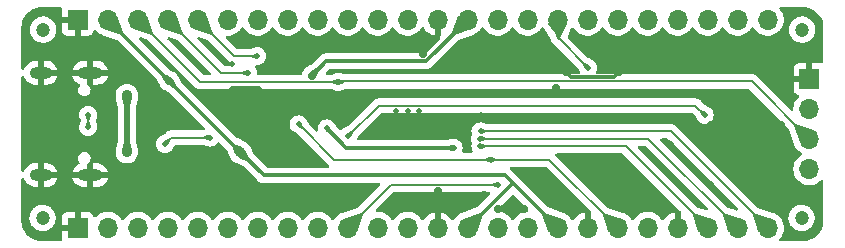
<source format=gbl>
%TF.GenerationSoftware,KiCad,Pcbnew,7.0.11*%
%TF.CreationDate,2024-04-18T21:15:58+08:00*%
%TF.ProjectId,UINIO-MCU-STM32F401CCU6,55494e49-4f2d-44d4-9355-2d53544d3332,Version 3.2.0*%
%TF.SameCoordinates,PX72c1710PY5584170*%
%TF.FileFunction,Copper,L2,Bot*%
%TF.FilePolarity,Positive*%
%FSLAX46Y46*%
G04 Gerber Fmt 4.6, Leading zero omitted, Abs format (unit mm)*
G04 Created by KiCad (PCBNEW 7.0.11) date 2024-04-18 21:15:58*
%MOMM*%
%LPD*%
G01*
G04 APERTURE LIST*
%TA.AperFunction,ComponentPad*%
%ADD10R,1.700000X1.700000*%
%TD*%
%TA.AperFunction,ComponentPad*%
%ADD11O,1.700000X1.700000*%
%TD*%
%TA.AperFunction,ComponentPad*%
%ADD12C,1.200000*%
%TD*%
%TA.AperFunction,ComponentPad*%
%ADD13O,2.100000X1.000000*%
%TD*%
%TA.AperFunction,ComponentPad*%
%ADD14O,1.900000X1.000000*%
%TD*%
%TA.AperFunction,ViaPad*%
%ADD15C,0.500000*%
%TD*%
%TA.AperFunction,ViaPad*%
%ADD16C,0.700000*%
%TD*%
%TA.AperFunction,ViaPad*%
%ADD17C,0.900000*%
%TD*%
%TA.AperFunction,Conductor*%
%ADD18C,0.500000*%
%TD*%
%TA.AperFunction,Conductor*%
%ADD19C,0.300000*%
%TD*%
%TA.AperFunction,Conductor*%
%ADD20C,0.200000*%
%TD*%
G04 APERTURE END LIST*
D10*
%TO.P,J3,1,Pin_1*%
%TO.N,GND*%
X63960000Y-6367130D03*
D11*
%TO.P,J3,2,Pin_2*%
%TO.N,/PA14{slash}SWCLK*%
X63960000Y-8907130D03*
%TO.P,J3,3,Pin_3*%
%TO.N,/PA13{slash}SWDIO*%
X63960000Y-11447130D03*
%TO.P,J3,4,Pin_4*%
%TO.N,/VDD_3.3V*%
X63960000Y-13987130D03*
%TD*%
D12*
%TO.P,HOLE\u002A\u002A,*%
%TO.N,*%
X-920940Y-2190000D03*
%TD*%
%TO.P,HOLE\u002A\u002A,*%
%TO.N,*%
X63339060Y-2190000D03*
%TD*%
%TO.P,HOLE\u002A\u002A,*%
%TO.N,*%
X63290000Y-18130000D03*
%TD*%
D13*
%TO.P,USB1,13,GND*%
%TO.N,GND*%
X3068060Y-5847130D03*
%TO.P,USB1,14,GND*%
X3068060Y-14497130D03*
D14*
%TO.P,USB1,15,GND*%
X-1131940Y-5847130D03*
%TO.P,USB1,16,GND*%
X-1131940Y-14497130D03*
%TD*%
D12*
%TO.P,HOLE\u002A\u002A,*%
%TO.N,*%
X-970000Y-18130000D03*
%TD*%
D10*
%TO.P,J1,1,Pin_1*%
%TO.N,GND*%
X1999060Y-1342130D03*
D11*
%TO.P,J1,2,Pin_2*%
%TO.N,/VDD_3.3V*%
X4539060Y-1342130D03*
%TO.P,J1,3,Pin_3*%
%TO.N,/PA13{slash}SWDIO*%
X7079060Y-1342130D03*
%TO.P,J1,4,Pin_4*%
%TO.N,/USB_PA+*%
X9619060Y-1342130D03*
%TO.P,J1,5,Pin_5*%
%TO.N,/USB_PA-*%
X12159060Y-1342130D03*
%TO.P,J1,6,Pin_6*%
%TO.N,/PA10*%
X14699060Y-1342130D03*
%TO.P,J1,7,Pin_7*%
%TO.N,/PA9*%
X17239060Y-1342130D03*
%TO.P,J1,8,Pin_8*%
%TO.N,/PA8*%
X19779060Y-1342130D03*
%TO.P,J1,9,Pin_9*%
%TO.N,/PB15*%
X22319060Y-1342130D03*
%TO.P,J1,10,Pin_10*%
%TO.N,/PB14*%
X24859060Y-1342130D03*
%TO.P,J1,11,Pin_11*%
%TO.N,/PB13*%
X27399060Y-1342130D03*
%TO.P,J1,12,Pin_12*%
%TO.N,/PB12*%
X29939060Y-1342130D03*
%TO.P,J1,13,Pin_13*%
%TO.N,GND*%
X32479060Y-1342130D03*
%TO.P,J1,14,Pin_14*%
%TO.N,/VDD_3.3V*%
X35019060Y-1342130D03*
%TO.P,J1,15,Pin_15*%
%TO.N,/PB11*%
X37559060Y-1342130D03*
%TO.P,J1,16,Pin_16*%
%TO.N,/PB10*%
X40099060Y-1342130D03*
%TO.P,J1,17,Pin_17*%
%TO.N,/PB2{slash}BOOT1*%
X42639060Y-1342130D03*
%TO.P,J1,18,Pin_18*%
%TO.N,/PB1*%
X45179060Y-1342130D03*
%TO.P,J1,19,Pin_19*%
%TO.N,/PB0*%
X47719060Y-1342130D03*
%TO.P,J1,20,Pin_20*%
%TO.N,/PA7*%
X50259060Y-1342130D03*
%TO.P,J1,21,Pin_21*%
%TO.N,/PA6*%
X52799060Y-1342130D03*
%TO.P,J1,22,Pin_22*%
%TO.N,/PA5*%
X55339060Y-1342130D03*
%TO.P,J1,23,Pin_23*%
%TO.N,/PA4*%
X57879060Y-1342130D03*
%TO.P,J1,24,Pin_24*%
%TO.N,/PA3*%
X60419060Y-1342130D03*
%TD*%
D10*
%TO.P,J2,1,Pin_1*%
%TO.N,GND*%
X1999060Y-18982130D03*
D11*
%TO.P,J2,2,Pin_2*%
%TO.N,/VDD_5V*%
X4539060Y-18982130D03*
%TO.P,J2,3,Pin_3*%
%TO.N,/PA14{slash}SWCLK*%
X7079060Y-18982130D03*
%TO.P,J2,4,Pin_4*%
%TO.N,/PA15*%
X9619060Y-18982130D03*
%TO.P,J2,5,Pin_5*%
%TO.N,/PB3*%
X12159060Y-18982130D03*
%TO.P,J2,6,Pin_6*%
%TO.N,/PB4*%
X14699060Y-18982130D03*
%TO.P,J2,7,Pin_7*%
%TO.N,/PB5*%
X17239060Y-18982130D03*
%TO.P,J2,8,Pin_8*%
%TO.N,/PB6*%
X19779060Y-18982130D03*
%TO.P,J2,9,Pin_9*%
%TO.N,/PB7*%
X22319060Y-18982130D03*
%TO.P,J2,10,Pin_10*%
%TO.N,/BOOT0*%
X24859060Y-18982130D03*
%TO.P,J2,11,Pin_11*%
%TO.N,/PB8*%
X27399060Y-18982130D03*
%TO.P,J2,12,Pin_12*%
%TO.N,/PB9*%
X29939060Y-18982130D03*
%TO.P,J2,13,Pin_13*%
%TO.N,GND*%
X32479060Y-18982130D03*
%TO.P,J2,14,Pin_14*%
%TO.N,/VDD_3.3V*%
X35019060Y-18982130D03*
%TO.P,J2,15,Pin_15*%
%TO.N,/VBAT*%
X37559060Y-18982130D03*
%TO.P,J2,16,Pin_16*%
%TO.N,/PC13*%
X40099060Y-18982130D03*
%TO.P,J2,17,Pin_17*%
%TO.N,/VDD_3.3V*%
X42639060Y-18982130D03*
%TO.P,J2,18,Pin_18*%
%TO.N,GND*%
X45179060Y-18982130D03*
%TO.P,J2,19,Pin_19*%
%TO.N,/NRST*%
X47719060Y-18982130D03*
%TO.P,J2,20,Pin_20*%
%TO.N,/VDD_3.3V*%
X50259060Y-18982130D03*
%TO.P,J2,21,Pin_21*%
%TO.N,GND*%
X52799060Y-18982130D03*
%TO.P,J2,22,Pin_22*%
%TO.N,/PA0*%
X55339060Y-18982130D03*
%TO.P,J2,23,Pin_23*%
%TO.N,/PA1*%
X57879060Y-18982130D03*
%TO.P,J2,24,Pin_24*%
%TO.N,/PA2*%
X60419060Y-18982130D03*
%TD*%
D15*
%TO.N,GND*%
X58560000Y-12670000D03*
X59576666Y-12670000D03*
X61610002Y-12670000D03*
X60593332Y-12670000D03*
X15060000Y-5140000D03*
X15050000Y-7200000D03*
X60593330Y-10190000D03*
D16*
X36420000Y-16200000D03*
D15*
X16660000Y-15240000D03*
X36110000Y-9410000D03*
X15800000Y-15240000D03*
X55510000Y-10190000D03*
D16*
X43350000Y-5770000D03*
D15*
X29939060Y-10072485D03*
D16*
X55540000Y-15360000D03*
D15*
X26090000Y-2890000D03*
X41880000Y-16910000D03*
X11000000Y-3990000D03*
X14940000Y-15250000D03*
X15790000Y-14472130D03*
X29939060Y-11072485D03*
X48930000Y-15910000D03*
X8340000Y-10880000D03*
X17390000Y-12540000D03*
X17390000Y-7200000D03*
X15050000Y-8010000D03*
X46800000Y-15107870D03*
X28939060Y-10072485D03*
X29939060Y-9072485D03*
X61610000Y-10190000D03*
X57543332Y-10190000D03*
X53139060Y-15512130D03*
D16*
X43670000Y-16590000D03*
D15*
X57139060Y-3322130D03*
X29200000Y-2890000D03*
X13790000Y-8010000D03*
X59576664Y-10190000D03*
X13930000Y-4370000D03*
X60490000Y-15650000D03*
D16*
X32480000Y-15880000D03*
D15*
X17390000Y-8010000D03*
X56526666Y-10190000D03*
X28939060Y-9072485D03*
D16*
X42469060Y-7162130D03*
D15*
X49466560Y-3322130D03*
X8340000Y-8680000D03*
X17540000Y-5710000D03*
X48930000Y-15110000D03*
X52024060Y-3322130D03*
X46050000Y-15110000D03*
X13280000Y-3740000D03*
X28939060Y-11072485D03*
D16*
X52150000Y-12000000D03*
D15*
X18560000Y-10120000D03*
D16*
X31240000Y-4250000D03*
D15*
X30939060Y-10072485D03*
D16*
X37600000Y-17380000D03*
X42469060Y-15392130D03*
D15*
X19600000Y-5710000D03*
X18570000Y-5710000D03*
X30939060Y-11072485D03*
D16*
X39830000Y-17380000D03*
X47830000Y-5811630D03*
D15*
X21840000Y-10210000D03*
X58559998Y-10190000D03*
X38880000Y-16910000D03*
D16*
X24100000Y-8250000D03*
D15*
X30939060Y-9072485D03*
X54581560Y-3322130D03*
X26350000Y-15860000D03*
%TO.N,/PB2{slash}BOOT1*%
X45230000Y-5430000D03*
D17*
%TO.N,/VDD_5V*%
X6169060Y-7762130D03*
X6169060Y-12562130D03*
D16*
%TO.N,/VDD_3.3V*%
X9728465Y-6521535D03*
D15*
X33832879Y-12199950D03*
D16*
X21840000Y-6080000D03*
D17*
X15783465Y-12576535D03*
D15*
X23102485Y-10552485D03*
%TO.N,/BOOT0*%
X37570000Y-15330000D03*
%TO.N,/NRST*%
X20710000Y-10210000D03*
X36970000Y-13210000D03*
%TO.N,/PA13{slash}SWDIO*%
X24030000Y-6630000D03*
%TO.N,/PA14{slash}SWCLK*%
X24890522Y-11230522D03*
X55090000Y-9410000D03*
%TO.N,/PA0*%
X36100000Y-12066666D03*
%TO.N,/PA1*%
X36090000Y-11430000D03*
%TO.N,/PA2*%
X36110000Y-10810000D03*
%TO.N,/USB_Data-*%
X2899060Y-9422130D03*
X2899060Y-10422130D03*
%TO.N,Net-(USB1-CC2)*%
X13180000Y-11340000D03*
X9390000Y-11870000D03*
%TO.N,/USB_PA+*%
X16410000Y-5860000D03*
%TO.N,/USB_PA-*%
X17200000Y-4450000D03*
%TD*%
D18*
%TO.N,GND*%
X15050000Y-8010000D02*
X17390000Y-8010000D01*
X15050000Y-7200000D02*
X17390000Y-7200000D01*
D19*
%TO.N,/VDD_3.3V*%
X15783465Y-12576535D02*
X9728465Y-6521535D01*
X9728465Y-6521535D02*
X4549060Y-1342130D01*
D20*
%TO.N,Net-(USB1-CC2)*%
X13180000Y-11340000D02*
X9920000Y-11340000D01*
X9920000Y-11340000D02*
X9390000Y-11870000D01*
D19*
%TO.N,GND*%
X43350000Y-5770000D02*
X43770000Y-6190000D01*
X31240000Y-4250000D02*
X32479060Y-3010940D01*
D18*
X32480000Y-15900000D02*
X32480000Y-18981190D01*
D19*
X44389060Y-3322130D02*
X57139060Y-3322130D01*
D18*
X39830000Y-17380000D02*
X37600000Y-17380000D01*
D19*
X30070000Y-10220000D02*
X29930000Y-10080000D01*
X32460000Y-15880000D02*
X32480000Y-15900000D01*
X43770000Y-6190000D02*
X47451630Y-6190000D01*
X47451630Y-6190000D02*
X47830000Y-5811630D01*
X42472130Y-15392130D02*
X42469060Y-15392130D01*
X43670000Y-16590000D02*
X42472130Y-15392130D01*
X29930000Y-10080000D02*
X30070000Y-9940000D01*
X32479060Y-3010940D02*
X32479060Y-1342130D01*
D20*
%TO.N,/PB2{slash}BOOT1*%
X45230000Y-5430000D02*
X42639060Y-2839060D01*
X42639060Y-2839060D02*
X42639060Y-1342130D01*
D18*
%TO.N,/VDD_5V*%
X6169060Y-7782130D02*
X6169060Y-12562130D01*
D19*
%TO.N,/VDD_3.3V*%
X42639060Y-18982130D02*
X38186930Y-14530000D01*
X23060000Y-4860000D02*
X31500000Y-4860000D01*
X24749950Y-12199950D02*
X23102485Y-10552485D01*
X33832879Y-12199950D02*
X24749950Y-12199950D01*
X38186930Y-14530000D02*
X17736930Y-14530000D01*
X35019060Y-18982130D02*
X38829060Y-15172130D01*
X38829060Y-15172130D02*
X42639060Y-18982130D01*
X17736930Y-14530000D02*
X15783465Y-12576535D01*
X21840000Y-6080000D02*
X23060000Y-4860000D01*
X31500000Y-4860000D02*
X35017870Y-1342130D01*
D20*
%TO.N,/BOOT0*%
X37570000Y-15330000D02*
X28511190Y-15330000D01*
X28511190Y-15330000D02*
X24859060Y-18982130D01*
%TO.N,/NRST*%
X20710000Y-10220000D02*
X20710000Y-10210000D01*
X36970000Y-13210000D02*
X23700000Y-13210000D01*
X23700000Y-13210000D02*
X20710000Y-10220000D01*
X41946930Y-13210000D02*
X47719060Y-18982130D01*
X36970000Y-13210000D02*
X41946930Y-13210000D01*
%TO.N,/PA13{slash}SWDIO*%
X59077870Y-6570000D02*
X63960000Y-11452130D01*
X24030000Y-6630000D02*
X24090000Y-6570000D01*
X12376930Y-6630000D02*
X7089060Y-1342130D01*
X24090000Y-6570000D02*
X59077870Y-6570000D01*
X12376930Y-6630000D02*
X24030000Y-6630000D01*
%TO.N,/PA14{slash}SWCLK*%
X27498559Y-8622485D02*
X24890522Y-11230522D01*
X54302485Y-8622485D02*
X27498559Y-8622485D01*
X55090000Y-9410000D02*
X54302485Y-8622485D01*
%TO.N,/PA0*%
X36100000Y-12066666D02*
X48426666Y-12066666D01*
X48426666Y-12066666D02*
X55339060Y-18979060D01*
%TO.N,/PA1*%
X36090000Y-11430000D02*
X50326930Y-11430000D01*
X50326930Y-11430000D02*
X57879060Y-18982130D01*
%TO.N,/PA2*%
X52226930Y-10790000D02*
X60419060Y-18982130D01*
X36130000Y-10790000D02*
X52226930Y-10790000D01*
X36110000Y-10810000D02*
X36130000Y-10790000D01*
%TO.N,/USB_Data-*%
X2899060Y-10422130D02*
X2899060Y-9422130D01*
%TO.N,/USB_PA+*%
X16410000Y-5860000D02*
X14136930Y-5860000D01*
X14136930Y-5860000D02*
X9619060Y-1342130D01*
%TO.N,/USB_PA-*%
X15266930Y-4450000D02*
X12159060Y-1342130D01*
X17200000Y-4450000D02*
X15266930Y-4450000D01*
%TD*%
%TA.AperFunction,Conductor*%
%TO.N,GND*%
G36*
X598660Y-272315D02*
G01*
X644415Y-325119D01*
X654910Y-389886D01*
X649060Y-444285D01*
X649060Y-1092130D01*
X1565374Y-1092130D01*
X1539567Y-1132286D01*
X1499060Y-1270241D01*
X1499060Y-1414019D01*
X1539567Y-1551974D01*
X1565374Y-1592130D01*
X649060Y-1592130D01*
X649060Y-2239974D01*
X655461Y-2299502D01*
X655463Y-2299509D01*
X705705Y-2434216D01*
X705709Y-2434223D01*
X791869Y-2549317D01*
X791872Y-2549320D01*
X906966Y-2635480D01*
X906973Y-2635484D01*
X1041680Y-2685726D01*
X1041687Y-2685728D01*
X1101215Y-2692129D01*
X1101232Y-2692130D01*
X1749060Y-2692130D01*
X1749060Y-1777631D01*
X1856745Y-1826810D01*
X1963297Y-1842130D01*
X2034823Y-1842130D01*
X2141375Y-1826810D01*
X2249060Y-1777631D01*
X2249060Y-2692130D01*
X2896888Y-2692130D01*
X2896904Y-2692129D01*
X2956432Y-2685728D01*
X2956439Y-2685726D01*
X3091146Y-2635484D01*
X3091153Y-2635480D01*
X3206247Y-2549320D01*
X3206250Y-2549317D01*
X3292410Y-2434223D01*
X3292414Y-2434216D01*
X3338741Y-2310007D01*
X3380612Y-2254073D01*
X3446076Y-2229656D01*
X3514349Y-2244507D01*
X3546149Y-2269353D01*
X3615820Y-2345036D01*
X3793484Y-2483319D01*
X3793485Y-2483319D01*
X3793487Y-2483321D01*
X3915438Y-2549317D01*
X3991486Y-2590472D01*
X4007539Y-2595982D01*
X4021433Y-2600753D01*
X4039596Y-2608661D01*
X4050214Y-2614334D01*
X5329915Y-3078390D01*
X5341881Y-3082729D01*
X5387290Y-3111620D01*
X8688835Y-6413165D01*
X8710667Y-6442684D01*
X8946613Y-6886947D01*
X8961339Y-6912833D01*
X8964365Y-6917226D01*
X8964298Y-6917271D01*
X8972265Y-6928760D01*
X9030096Y-7028926D01*
X9150846Y-7163034D01*
X9150849Y-7163036D01*
X9150852Y-7163039D01*
X9296850Y-7269113D01*
X9334177Y-7285732D01*
X9356889Y-7298886D01*
X9363031Y-7303373D01*
X9363034Y-7303375D01*
X9782528Y-7526167D01*
X9807313Y-7539330D01*
X9836832Y-7561162D01*
X12760276Y-10484606D01*
X12793761Y-10545929D01*
X12788777Y-10615621D01*
X12746905Y-10671554D01*
X12710807Y-10690253D01*
X12653562Y-10708795D01*
X12602097Y-10725466D01*
X12563887Y-10731500D01*
X9968004Y-10731500D01*
X9951819Y-10730439D01*
X9920000Y-10726250D01*
X9919996Y-10726250D01*
X9884154Y-10730968D01*
X9884139Y-10730969D01*
X9884140Y-10730970D01*
X9761150Y-10747162D01*
X9761149Y-10747162D01*
X9678321Y-10781471D01*
X9678320Y-10781471D01*
X9613125Y-10808474D01*
X9613123Y-10808476D01*
X9519561Y-10880268D01*
X9519562Y-10880269D01*
X9486010Y-10906015D01*
X9466467Y-10931483D01*
X9455775Y-10943674D01*
X9395384Y-11004065D01*
X9364098Y-11026818D01*
X9068955Y-11177539D01*
X9065053Y-11179209D01*
X9065084Y-11179273D01*
X9058811Y-11182293D01*
X9049691Y-11188023D01*
X9043743Y-11191533D01*
X9040887Y-11193112D01*
X9036377Y-11196150D01*
X9036321Y-11196067D01*
X9032165Y-11199036D01*
X8914089Y-11273230D01*
X8793228Y-11394091D01*
X8702291Y-11538816D01*
X8645837Y-11700150D01*
X8645836Y-11700155D01*
X8626701Y-11869996D01*
X8626701Y-11870003D01*
X8645836Y-12039844D01*
X8645837Y-12039849D01*
X8702291Y-12201183D01*
X8784405Y-12331867D01*
X8793229Y-12345909D01*
X8914091Y-12466771D01*
X9058817Y-12557709D01*
X9220150Y-12614162D01*
X9220155Y-12614163D01*
X9389996Y-12633299D01*
X9390000Y-12633299D01*
X9390004Y-12633299D01*
X9559844Y-12614163D01*
X9559847Y-12614162D01*
X9559850Y-12614162D01*
X9721183Y-12557709D01*
X9865909Y-12466771D01*
X9986771Y-12345909D01*
X10077709Y-12201183D01*
X10077712Y-12201172D01*
X10080735Y-12194899D01*
X10080798Y-12194929D01*
X10082468Y-12191026D01*
X10083183Y-12189625D01*
X10083187Y-12189620D01*
X10150306Y-12058185D01*
X10171795Y-12016105D01*
X10219816Y-11965352D01*
X10282229Y-11948500D01*
X12563889Y-11948500D01*
X12602100Y-11954534D01*
X12915849Y-12056163D01*
X12948194Y-12065480D01*
X12948207Y-12065481D01*
X12953540Y-12066522D01*
X12953463Y-12066913D01*
X12974064Y-12071534D01*
X13010150Y-12084162D01*
X13010154Y-12084162D01*
X13010156Y-12084163D01*
X13179996Y-12103299D01*
X13180000Y-12103299D01*
X13180004Y-12103299D01*
X13349844Y-12084163D01*
X13349847Y-12084162D01*
X13349850Y-12084162D01*
X13511183Y-12027709D01*
X13655909Y-11936771D01*
X13776771Y-11815909D01*
X13815524Y-11754234D01*
X13867855Y-11707945D01*
X13936909Y-11697296D01*
X14000758Y-11725671D01*
X14008197Y-11732527D01*
X14592029Y-12316359D01*
X14616784Y-12351751D01*
X14897387Y-12955131D01*
X14917395Y-12993779D01*
X14917400Y-12993788D01*
X14917985Y-12994537D01*
X14929604Y-13012393D01*
X14982643Y-13111624D01*
X14982645Y-13111627D01*
X15102423Y-13257576D01*
X15248372Y-13377354D01*
X15248375Y-13377356D01*
X15258048Y-13382526D01*
X15386464Y-13451165D01*
X15395750Y-13456662D01*
X15404867Y-13462611D01*
X15404871Y-13462612D01*
X15404873Y-13462614D01*
X15518269Y-13515349D01*
X16008247Y-13743214D01*
X16043638Y-13767968D01*
X17210210Y-14934540D01*
X17220360Y-14947208D01*
X17220536Y-14947064D01*
X17225510Y-14953076D01*
X17277202Y-15001618D01*
X17280001Y-15004331D01*
X17300592Y-15024923D01*
X17304172Y-15027700D01*
X17313054Y-15035286D01*
X17346794Y-15066970D01*
X17346796Y-15066971D01*
X17346797Y-15066972D01*
X17365733Y-15077382D01*
X17381979Y-15088053D01*
X17399062Y-15101304D01*
X17399067Y-15101306D01*
X17441544Y-15119688D01*
X17452035Y-15124827D01*
X17492593Y-15147124D01*
X17508753Y-15151272D01*
X17513513Y-15152495D01*
X17531916Y-15158795D01*
X17551754Y-15167380D01*
X17597483Y-15174621D01*
X17608909Y-15176988D01*
X17653742Y-15188500D01*
X17675349Y-15188500D01*
X17694746Y-15190026D01*
X17716082Y-15193406D01*
X17762165Y-15189049D01*
X17773833Y-15188500D01*
X27492779Y-15188500D01*
X27559818Y-15208185D01*
X27605573Y-15260989D01*
X27615517Y-15330147D01*
X27586492Y-15393703D01*
X27580460Y-15400181D01*
X25744090Y-17236549D01*
X25695763Y-17266458D01*
X24382653Y-17705914D01*
X24365396Y-17712034D01*
X24364692Y-17712298D01*
X24364683Y-17712301D01*
X24364680Y-17712303D01*
X24354938Y-17716755D01*
X24341851Y-17722735D01*
X24330585Y-17727230D01*
X24311493Y-17733785D01*
X24311483Y-17733789D01*
X24113487Y-17840939D01*
X24113482Y-17840942D01*
X23935821Y-17979222D01*
X23935816Y-17979227D01*
X23783344Y-18144853D01*
X23783336Y-18144864D01*
X23692868Y-18283336D01*
X23639722Y-18328692D01*
X23570491Y-18338116D01*
X23507155Y-18308614D01*
X23485252Y-18283336D01*
X23419686Y-18182981D01*
X23394782Y-18144862D01*
X23394779Y-18144859D01*
X23394775Y-18144853D01*
X23242303Y-17979227D01*
X23242298Y-17979222D01*
X23076127Y-17849885D01*
X23064636Y-17840941D01*
X23064635Y-17840940D01*
X23064632Y-17840938D01*
X22866640Y-17733791D01*
X22866637Y-17733789D01*
X22866634Y-17733788D01*
X22866631Y-17733787D01*
X22866629Y-17733786D01*
X22653697Y-17660686D01*
X22431629Y-17623630D01*
X22206491Y-17623630D01*
X21984422Y-17660686D01*
X21771490Y-17733786D01*
X21771479Y-17733791D01*
X21573487Y-17840938D01*
X21573482Y-17840942D01*
X21395821Y-17979222D01*
X21395816Y-17979227D01*
X21243344Y-18144853D01*
X21243336Y-18144864D01*
X21152868Y-18283336D01*
X21099722Y-18328692D01*
X21030491Y-18338116D01*
X20967155Y-18308614D01*
X20945252Y-18283336D01*
X20879686Y-18182981D01*
X20854782Y-18144862D01*
X20854779Y-18144859D01*
X20854775Y-18144853D01*
X20702303Y-17979227D01*
X20702298Y-17979222D01*
X20536127Y-17849885D01*
X20524636Y-17840941D01*
X20524635Y-17840940D01*
X20524632Y-17840938D01*
X20326640Y-17733791D01*
X20326637Y-17733789D01*
X20326634Y-17733788D01*
X20326631Y-17733787D01*
X20326629Y-17733786D01*
X20113697Y-17660686D01*
X19891629Y-17623630D01*
X19666491Y-17623630D01*
X19444422Y-17660686D01*
X19231490Y-17733786D01*
X19231479Y-17733791D01*
X19033487Y-17840938D01*
X19033482Y-17840942D01*
X18855821Y-17979222D01*
X18855816Y-17979227D01*
X18703344Y-18144853D01*
X18703336Y-18144864D01*
X18612868Y-18283336D01*
X18559722Y-18328692D01*
X18490491Y-18338116D01*
X18427155Y-18308614D01*
X18405252Y-18283336D01*
X18339686Y-18182981D01*
X18314782Y-18144862D01*
X18314779Y-18144859D01*
X18314775Y-18144853D01*
X18162303Y-17979227D01*
X18162298Y-17979222D01*
X17996127Y-17849885D01*
X17984636Y-17840941D01*
X17984635Y-17840940D01*
X17984632Y-17840938D01*
X17786640Y-17733791D01*
X17786637Y-17733789D01*
X17786634Y-17733788D01*
X17786631Y-17733787D01*
X17786629Y-17733786D01*
X17573697Y-17660686D01*
X17351629Y-17623630D01*
X17126491Y-17623630D01*
X16904422Y-17660686D01*
X16691490Y-17733786D01*
X16691479Y-17733791D01*
X16493487Y-17840938D01*
X16493482Y-17840942D01*
X16315821Y-17979222D01*
X16315816Y-17979227D01*
X16163344Y-18144853D01*
X16163336Y-18144864D01*
X16072868Y-18283336D01*
X16019722Y-18328692D01*
X15950491Y-18338116D01*
X15887155Y-18308614D01*
X15865252Y-18283336D01*
X15799686Y-18182981D01*
X15774782Y-18144862D01*
X15774779Y-18144859D01*
X15774775Y-18144853D01*
X15622303Y-17979227D01*
X15622298Y-17979222D01*
X15456127Y-17849885D01*
X15444636Y-17840941D01*
X15444635Y-17840940D01*
X15444632Y-17840938D01*
X15246640Y-17733791D01*
X15246637Y-17733789D01*
X15246634Y-17733788D01*
X15246631Y-17733787D01*
X15246629Y-17733786D01*
X15033697Y-17660686D01*
X14811629Y-17623630D01*
X14586491Y-17623630D01*
X14364422Y-17660686D01*
X14151490Y-17733786D01*
X14151479Y-17733791D01*
X13953487Y-17840938D01*
X13953482Y-17840942D01*
X13775821Y-17979222D01*
X13775816Y-17979227D01*
X13623344Y-18144853D01*
X13623336Y-18144864D01*
X13532868Y-18283336D01*
X13479722Y-18328692D01*
X13410491Y-18338116D01*
X13347155Y-18308614D01*
X13325252Y-18283336D01*
X13259686Y-18182981D01*
X13234782Y-18144862D01*
X13234779Y-18144859D01*
X13234775Y-18144853D01*
X13082303Y-17979227D01*
X13082298Y-17979222D01*
X12916127Y-17849885D01*
X12904636Y-17840941D01*
X12904635Y-17840940D01*
X12904632Y-17840938D01*
X12706640Y-17733791D01*
X12706637Y-17733789D01*
X12706634Y-17733788D01*
X12706631Y-17733787D01*
X12706629Y-17733786D01*
X12493697Y-17660686D01*
X12271629Y-17623630D01*
X12046491Y-17623630D01*
X11824422Y-17660686D01*
X11611490Y-17733786D01*
X11611479Y-17733791D01*
X11413487Y-17840938D01*
X11413482Y-17840942D01*
X11235821Y-17979222D01*
X11235816Y-17979227D01*
X11083344Y-18144853D01*
X11083336Y-18144864D01*
X10992868Y-18283336D01*
X10939722Y-18328692D01*
X10870491Y-18338116D01*
X10807155Y-18308614D01*
X10785252Y-18283336D01*
X10719686Y-18182981D01*
X10694782Y-18144862D01*
X10694779Y-18144859D01*
X10694775Y-18144853D01*
X10542303Y-17979227D01*
X10542298Y-17979222D01*
X10376127Y-17849885D01*
X10364636Y-17840941D01*
X10364635Y-17840940D01*
X10364632Y-17840938D01*
X10166640Y-17733791D01*
X10166637Y-17733789D01*
X10166634Y-17733788D01*
X10166631Y-17733787D01*
X10166629Y-17733786D01*
X9953697Y-17660686D01*
X9731629Y-17623630D01*
X9506491Y-17623630D01*
X9284422Y-17660686D01*
X9071490Y-17733786D01*
X9071479Y-17733791D01*
X8873487Y-17840938D01*
X8873482Y-17840942D01*
X8695821Y-17979222D01*
X8695816Y-17979227D01*
X8543344Y-18144853D01*
X8543336Y-18144864D01*
X8452868Y-18283336D01*
X8399722Y-18328692D01*
X8330491Y-18338116D01*
X8267155Y-18308614D01*
X8245252Y-18283336D01*
X8179686Y-18182981D01*
X8154782Y-18144862D01*
X8154779Y-18144859D01*
X8154775Y-18144853D01*
X8002303Y-17979227D01*
X8002298Y-17979222D01*
X7836127Y-17849885D01*
X7824636Y-17840941D01*
X7824635Y-17840940D01*
X7824632Y-17840938D01*
X7626640Y-17733791D01*
X7626637Y-17733789D01*
X7626634Y-17733788D01*
X7626631Y-17733787D01*
X7626629Y-17733786D01*
X7413697Y-17660686D01*
X7191629Y-17623630D01*
X6966491Y-17623630D01*
X6744422Y-17660686D01*
X6531490Y-17733786D01*
X6531479Y-17733791D01*
X6333487Y-17840938D01*
X6333482Y-17840942D01*
X6155821Y-17979222D01*
X6155816Y-17979227D01*
X6003344Y-18144853D01*
X6003336Y-18144864D01*
X5912868Y-18283336D01*
X5859722Y-18328692D01*
X5790491Y-18338116D01*
X5727155Y-18308614D01*
X5705252Y-18283336D01*
X5639686Y-18182981D01*
X5614782Y-18144862D01*
X5614779Y-18144859D01*
X5614775Y-18144853D01*
X5462303Y-17979227D01*
X5462298Y-17979222D01*
X5296127Y-17849885D01*
X5284636Y-17840941D01*
X5284635Y-17840940D01*
X5284632Y-17840938D01*
X5086640Y-17733791D01*
X5086637Y-17733789D01*
X5086634Y-17733788D01*
X5086631Y-17733787D01*
X5086629Y-17733786D01*
X4873697Y-17660686D01*
X4651629Y-17623630D01*
X4426491Y-17623630D01*
X4204422Y-17660686D01*
X3991490Y-17733786D01*
X3991479Y-17733791D01*
X3793487Y-17840938D01*
X3793482Y-17840942D01*
X3615821Y-17979222D01*
X3546152Y-18054903D01*
X3486265Y-18090893D01*
X3416427Y-18088792D01*
X3358811Y-18049267D01*
X3338741Y-18014252D01*
X3292414Y-17890043D01*
X3292410Y-17890036D01*
X3206250Y-17774942D01*
X3206247Y-17774939D01*
X3091153Y-17688779D01*
X3091146Y-17688775D01*
X2956439Y-17638533D01*
X2956432Y-17638531D01*
X2896904Y-17632130D01*
X2249060Y-17632130D01*
X2249060Y-18546628D01*
X2141375Y-18497450D01*
X2034823Y-18482130D01*
X1963297Y-18482130D01*
X1856745Y-18497450D01*
X1749060Y-18546628D01*
X1749060Y-17632130D01*
X1101215Y-17632130D01*
X1041687Y-17638531D01*
X1041680Y-17638533D01*
X906973Y-17688775D01*
X906966Y-17688779D01*
X791872Y-17774939D01*
X791869Y-17774942D01*
X705709Y-17890036D01*
X705705Y-17890043D01*
X655463Y-18024750D01*
X655461Y-18024757D01*
X649060Y-18084285D01*
X649060Y-18732130D01*
X1565374Y-18732130D01*
X1539567Y-18772286D01*
X1499060Y-18910241D01*
X1499060Y-19054019D01*
X1539567Y-19191974D01*
X1565374Y-19232130D01*
X649060Y-19232130D01*
X649060Y-19879974D01*
X655884Y-19943434D01*
X643479Y-20012194D01*
X595869Y-20063331D01*
X532595Y-20080690D01*
X-1015572Y-20080690D01*
X-1024418Y-20080374D01*
X-1260134Y-20063515D01*
X-1277646Y-20060997D01*
X-1504220Y-20011709D01*
X-1521196Y-20006725D01*
X-1738461Y-19925689D01*
X-1754554Y-19918339D01*
X-1958062Y-19807214D01*
X-1972945Y-19797649D01*
X-2158578Y-19658686D01*
X-2171943Y-19647106D01*
X-2335916Y-19483132D01*
X-2347489Y-19469776D01*
X-2486462Y-19284129D01*
X-2496012Y-19269270D01*
X-2607147Y-19065739D01*
X-2614494Y-19049650D01*
X-2668358Y-18905231D01*
X-2695529Y-18832384D01*
X-2700511Y-18815413D01*
X-2709103Y-18775918D01*
X-2749800Y-18588832D01*
X-2752317Y-18571325D01*
X-2753119Y-18560114D01*
X-2765103Y-18392535D01*
X-2769184Y-18335466D01*
X-2769500Y-18326621D01*
X-2769500Y-18130003D01*
X-2083249Y-18130003D01*
X-2076321Y-18204776D01*
X-2075933Y-18210313D01*
X-2072209Y-18288470D01*
X-2072208Y-18288475D01*
X-2068445Y-18303986D01*
X-2065479Y-18321774D01*
X-2064294Y-18334559D01*
X-2047799Y-18392535D01*
X-2042800Y-18410102D01*
X-2041562Y-18414802D01*
X-2022299Y-18494201D01*
X-2022298Y-18494206D01*
X-2017109Y-18505568D01*
X-2010641Y-18523134D01*
X-2008078Y-18532141D01*
X-2008072Y-18532157D01*
X-1971524Y-18605554D01*
X-1969730Y-18609314D01*
X-1934359Y-18686765D01*
X-1934353Y-18686776D01*
X-1929121Y-18694123D01*
X-1919132Y-18710771D01*
X-1916504Y-18716048D01*
X-1916502Y-18716052D01*
X-1865011Y-18784236D01*
X-1862958Y-18787035D01*
X-1811557Y-18859218D01*
X-1811555Y-18859219D01*
X-1807541Y-18863047D01*
X-1794163Y-18878057D01*
X-1792708Y-18879983D01*
X-1792705Y-18879987D01*
X-1792702Y-18879989D01*
X-1792701Y-18879991D01*
X-1726960Y-18939922D01*
X-1724967Y-18941780D01*
X-1658346Y-19005303D01*
X-1656602Y-19006424D01*
X-1645481Y-19014970D01*
X-1645456Y-19014938D01*
X-1640881Y-19018393D01*
X-1562315Y-19067039D01*
X-1560598Y-19068122D01*
X-1498344Y-19108130D01*
X-1480252Y-19119757D01*
X-1475000Y-19122465D01*
X-1475034Y-19122529D01*
X-1471512Y-19124308D01*
X-1471350Y-19123984D01*
X-1466227Y-19126534D01*
X-1466218Y-19126540D01*
X-1376840Y-19161164D01*
X-1375612Y-19161647D01*
X-1341838Y-19175169D01*
X-1283722Y-19198436D01*
X-1281753Y-19199013D01*
X-1275660Y-19200465D01*
X-1274661Y-19200749D01*
X-1274660Y-19200749D01*
X-1274655Y-19200751D01*
X-1176828Y-19219037D01*
X-1176717Y-19219058D01*
X-1075849Y-19238500D01*
X-1075844Y-19238500D01*
X-867284Y-19238500D01*
X-867282Y-19238500D01*
X-820603Y-19229773D01*
X-809651Y-19228229D01*
X-759261Y-19223419D01*
X-717349Y-19211112D01*
X-705214Y-19208203D01*
X-665345Y-19200751D01*
X-617873Y-19182360D01*
X-608014Y-19179009D01*
X-577128Y-19169939D01*
X-556138Y-19163777D01*
X-543606Y-19157315D01*
X-520391Y-19145348D01*
X-508366Y-19139937D01*
X-473782Y-19126540D01*
X-427543Y-19097909D01*
X-419081Y-19093118D01*
X-370651Y-19068151D01*
X-367974Y-19066771D01*
X-339078Y-19044046D01*
X-327718Y-19036099D01*
X-299118Y-19018392D01*
X-256367Y-18979417D01*
X-249506Y-18973606D01*
X-201568Y-18935908D01*
X-179769Y-18910749D01*
X-169595Y-18900316D01*
X-163556Y-18894809D01*
X-147299Y-18879991D01*
X-110346Y-18831055D01*
X-105136Y-18824618D01*
X-62935Y-18775918D01*
X-48011Y-18750066D01*
X-39592Y-18737361D01*
X-23497Y-18716050D01*
X5364Y-18658088D01*
X8977Y-18651360D01*
X8993Y-18651332D01*
X42913Y-18592582D01*
X51537Y-18567661D01*
X57709Y-18552965D01*
X68074Y-18532152D01*
X86745Y-18466527D01*
X88827Y-18459921D01*
X112150Y-18392535D01*
X112153Y-18392527D01*
X115412Y-18369857D01*
X118878Y-18353590D01*
X124294Y-18334559D01*
X130906Y-18263199D01*
X131638Y-18257003D01*
X138352Y-18210313D01*
X142281Y-18182984D01*
X141356Y-18163578D01*
X141743Y-18146238D01*
X143249Y-18130000D01*
X136318Y-18055214D01*
X135930Y-18049679D01*
X135910Y-18049267D01*
X132208Y-17971526D01*
X128441Y-17956002D01*
X125478Y-17938229D01*
X124294Y-17925441D01*
X102783Y-17849840D01*
X101556Y-17845182D01*
X82298Y-17765796D01*
X77107Y-17754430D01*
X70636Y-17736853D01*
X69763Y-17733785D01*
X68074Y-17727848D01*
X37981Y-17667414D01*
X31511Y-17654421D01*
X29716Y-17650659D01*
X24178Y-17638533D01*
X-5644Y-17573229D01*
X-10879Y-17565877D01*
X-20871Y-17549224D01*
X-23497Y-17543950D01*
X-24242Y-17542964D01*
X-74990Y-17475763D01*
X-77044Y-17472963D01*
X-128441Y-17400785D01*
X-128446Y-17400780D01*
X-132454Y-17396958D01*
X-145847Y-17381931D01*
X-147292Y-17380018D01*
X-147295Y-17380014D01*
X-147296Y-17380013D01*
X-147299Y-17380009D01*
X-213087Y-17320036D01*
X-214998Y-17318253D01*
X-281654Y-17254697D01*
X-281657Y-17254694D01*
X-283399Y-17253575D01*
X-294520Y-17245029D01*
X-294544Y-17245062D01*
X-299123Y-17241604D01*
X-377673Y-17192967D01*
X-379433Y-17191857D01*
X-459742Y-17140246D01*
X-465001Y-17137535D01*
X-464968Y-17137470D01*
X-468488Y-17135692D01*
X-468649Y-17136016D01*
X-473787Y-17133457D01*
X-563117Y-17098851D01*
X-564409Y-17098343D01*
X-656278Y-17061564D01*
X-658239Y-17060988D01*
X-664320Y-17059540D01*
X-665340Y-17059250D01*
X-762983Y-17040996D01*
X-763663Y-17040867D01*
X-864150Y-17021500D01*
X-864151Y-17021500D01*
X-867282Y-17021500D01*
X-1072718Y-17021500D01*
X-1072724Y-17021500D01*
X-1119386Y-17030222D01*
X-1130378Y-17031771D01*
X-1180735Y-17036580D01*
X-1180739Y-17036580D01*
X-1180739Y-17036581D01*
X-1222654Y-17048888D01*
X-1234800Y-17051798D01*
X-1274649Y-17059247D01*
X-1274662Y-17059251D01*
X-1322134Y-17077641D01*
X-1331989Y-17080991D01*
X-1383860Y-17096222D01*
X-1419611Y-17114652D01*
X-1431629Y-17120059D01*
X-1466219Y-17133460D01*
X-1466220Y-17133460D01*
X-1512460Y-17162091D01*
X-1520915Y-17166878D01*
X-1572023Y-17193226D01*
X-1600918Y-17215949D01*
X-1612286Y-17223901D01*
X-1640885Y-17241609D01*
X-1683625Y-17280571D01*
X-1690506Y-17286400D01*
X-1738435Y-17324093D01*
X-1760237Y-17349253D01*
X-1770402Y-17359678D01*
X-1792699Y-17380006D01*
X-1829634Y-17428915D01*
X-1834873Y-17435387D01*
X-1877064Y-17484079D01*
X-1891986Y-17509925D01*
X-1900413Y-17522641D01*
X-1916503Y-17543950D01*
X-1916504Y-17543951D01*
X-1916504Y-17543952D01*
X-1916509Y-17543960D01*
X-1945368Y-17601914D01*
X-1948978Y-17608637D01*
X-1982912Y-17667414D01*
X-1991536Y-17692331D01*
X-1997712Y-17707036D01*
X-2008072Y-17727842D01*
X-2008077Y-17727856D01*
X-2026744Y-17793459D01*
X-2028828Y-17800077D01*
X-2052154Y-17867475D01*
X-2055413Y-17890137D01*
X-2058881Y-17906409D01*
X-2064294Y-17925437D01*
X-2070907Y-17996796D01*
X-2071640Y-18002999D01*
X-2082281Y-18077010D01*
X-2082281Y-18077015D01*
X-2081357Y-18096434D01*
X-2081746Y-18113766D01*
X-2082113Y-18117744D01*
X-2083249Y-18130003D01*
X-2769500Y-18130003D01*
X-2769500Y-14861776D01*
X-2749815Y-14794737D01*
X-2697011Y-14748982D01*
X-2627853Y-14739038D01*
X-2564297Y-14768063D01*
X-2529218Y-14818711D01*
X-2484375Y-14939795D01*
X-2376791Y-15112397D01*
X-2236676Y-15259798D01*
X-2236674Y-15259799D01*
X-2069745Y-15375986D01*
X-1882848Y-15456189D01*
X-1683630Y-15497130D01*
X-1381940Y-15497130D01*
X-1381940Y-14797130D01*
X-881940Y-14797130D01*
X-881940Y-15497130D01*
X-631227Y-15497130D01*
X-479602Y-15481711D01*
X-285559Y-15420830D01*
X-285549Y-15420825D01*
X-107725Y-15322124D01*
X-107724Y-15322124D01*
X46590Y-15189651D01*
X46591Y-15189650D01*
X171078Y-15028825D01*
X260648Y-14846223D01*
X286306Y-14747130D01*
X1544694Y-14747130D01*
X1544991Y-14749076D01*
X1544993Y-14749082D01*
X1615622Y-14939787D01*
X1615625Y-14939794D01*
X1723209Y-15112397D01*
X1863324Y-15259798D01*
X1863326Y-15259799D01*
X2030255Y-15375986D01*
X2217152Y-15456189D01*
X2416370Y-15497130D01*
X2818060Y-15497130D01*
X2818060Y-14797130D01*
X3318060Y-14797130D01*
X3318060Y-15497130D01*
X3668773Y-15497130D01*
X3820398Y-15481711D01*
X4014441Y-15420830D01*
X4014451Y-15420825D01*
X4192275Y-15322124D01*
X4192276Y-15322124D01*
X4346590Y-15189651D01*
X4346591Y-15189650D01*
X4471078Y-15028825D01*
X4560648Y-14846223D01*
X4586306Y-14747130D01*
X3834171Y-14747130D01*
X3873670Y-14722673D01*
X3941261Y-14633168D01*
X3971955Y-14525290D01*
X3961606Y-14413609D01*
X3911612Y-14313208D01*
X3839129Y-14247130D01*
X4591426Y-14247130D01*
X4591128Y-14245183D01*
X4591126Y-14245177D01*
X4520497Y-14054472D01*
X4520494Y-14054465D01*
X4412910Y-13881862D01*
X4272795Y-13734461D01*
X4272793Y-13734460D01*
X4105864Y-13618273D01*
X3918967Y-13538070D01*
X3719750Y-13497130D01*
X3318060Y-13497130D01*
X3318060Y-14197130D01*
X2818060Y-14197130D01*
X2818060Y-13595154D01*
X2837745Y-13528115D01*
X2863802Y-13498969D01*
X2955725Y-13424184D01*
X3039031Y-13306167D01*
X3087406Y-13170051D01*
X3097264Y-13025931D01*
X3067874Y-12884496D01*
X3001414Y-12756235D01*
X3001411Y-12756232D01*
X3001410Y-12756230D01*
X2902814Y-12650660D01*
X2779390Y-12575605D01*
X2779389Y-12575604D01*
X2779388Y-12575604D01*
X2731299Y-12562130D01*
X5205922Y-12562130D01*
X5224428Y-12750031D01*
X5279237Y-12930708D01*
X5368236Y-13097215D01*
X5368240Y-13097222D01*
X5488018Y-13243171D01*
X5633967Y-13362949D01*
X5633974Y-13362953D01*
X5748532Y-13424185D01*
X5800483Y-13451953D01*
X5981161Y-13506762D01*
X6169060Y-13525268D01*
X6356959Y-13506762D01*
X6537637Y-13451953D01*
X6704151Y-13362950D01*
X6850101Y-13243171D01*
X6969880Y-13097221D01*
X7058883Y-12930707D01*
X7113692Y-12750029D01*
X7132198Y-12562130D01*
X7113692Y-12374231D01*
X7088010Y-12289572D01*
X7084404Y-12270591D01*
X7083968Y-12270659D01*
X7083298Y-12266303D01*
X7083297Y-12266290D01*
X7038944Y-12071536D01*
X6930656Y-11596038D01*
X6927560Y-11568504D01*
X6927560Y-8755754D01*
X6930656Y-8728219D01*
X6932006Y-8722291D01*
X7083297Y-8057969D01*
X7085647Y-8047111D01*
X7085647Y-8047108D01*
X7086654Y-8042457D01*
X7086765Y-8042481D01*
X7089656Y-8029262D01*
X7113692Y-7950029D01*
X7132198Y-7762130D01*
X7113692Y-7574231D01*
X7058883Y-7393553D01*
X7033553Y-7346163D01*
X6969883Y-7227044D01*
X6969879Y-7227037D01*
X6850101Y-7081088D01*
X6704152Y-6961310D01*
X6704145Y-6961306D01*
X6537638Y-6872307D01*
X6356961Y-6817498D01*
X6169060Y-6798992D01*
X5981158Y-6817498D01*
X5800481Y-6872307D01*
X5633974Y-6961306D01*
X5633967Y-6961310D01*
X5488018Y-7081088D01*
X5368240Y-7227037D01*
X5368236Y-7227044D01*
X5279237Y-7393551D01*
X5224428Y-7574228D01*
X5205922Y-7762130D01*
X5224427Y-7950027D01*
X5250106Y-8034679D01*
X5253715Y-8053652D01*
X5254148Y-8053586D01*
X5254822Y-8057972D01*
X5347408Y-8464514D01*
X5407463Y-8728219D01*
X5407464Y-8728221D01*
X5410560Y-8755756D01*
X5410560Y-11568502D01*
X5407464Y-11596037D01*
X5254816Y-12266310D01*
X5251464Y-12281803D01*
X5251355Y-12281779D01*
X5248458Y-12295011D01*
X5224428Y-12374230D01*
X5205922Y-12562130D01*
X2731299Y-12562130D01*
X2640288Y-12536630D01*
X2532111Y-12536630D01*
X2532110Y-12536630D01*
X2424949Y-12551359D01*
X2292449Y-12608911D01*
X2292449Y-12608912D01*
X2180398Y-12700073D01*
X2180393Y-12700078D01*
X2097088Y-12818093D01*
X2048714Y-12954204D01*
X2048714Y-12954207D01*
X2042274Y-13048366D01*
X2038856Y-13098329D01*
X2049565Y-13149864D01*
X2068246Y-13239764D01*
X2068247Y-13239766D01*
X2101476Y-13303894D01*
X2111154Y-13322573D01*
X2134705Y-13368023D01*
X2134709Y-13368029D01*
X2148248Y-13382526D01*
X2179619Y-13444957D01*
X2172257Y-13514438D01*
X2128499Y-13568908D01*
X2117801Y-13575580D01*
X1943844Y-13672134D01*
X1943843Y-13672135D01*
X1789529Y-13804608D01*
X1789528Y-13804609D01*
X1665041Y-13965434D01*
X1575471Y-14148036D01*
X1549814Y-14247130D01*
X2301949Y-14247130D01*
X2262450Y-14271587D01*
X2194859Y-14361092D01*
X2164165Y-14468970D01*
X2174514Y-14580651D01*
X2224508Y-14681052D01*
X2296991Y-14747130D01*
X1544694Y-14747130D01*
X286306Y-14747130D01*
X-515829Y-14747130D01*
X-476330Y-14722673D01*
X-408739Y-14633168D01*
X-378045Y-14525290D01*
X-388394Y-14413609D01*
X-438388Y-14313208D01*
X-510871Y-14247130D01*
X291426Y-14247130D01*
X291128Y-14245183D01*
X291126Y-14245177D01*
X220497Y-14054472D01*
X220494Y-14054465D01*
X112910Y-13881862D01*
X-27205Y-13734461D01*
X-27207Y-13734460D01*
X-194136Y-13618273D01*
X-381033Y-13538070D01*
X-580250Y-13497130D01*
X-881940Y-13497130D01*
X-881940Y-14197130D01*
X-1381940Y-14197130D01*
X-1381940Y-13497130D01*
X-1632653Y-13497130D01*
X-1784279Y-13512548D01*
X-1978322Y-13573429D01*
X-1978332Y-13573434D01*
X-2156156Y-13672135D01*
X-2156157Y-13672135D01*
X-2310471Y-13804608D01*
X-2310472Y-13804609D01*
X-2434959Y-13965434D01*
X-2524529Y-14148035D01*
X-2525459Y-14151630D01*
X-2526512Y-14153390D01*
X-2526712Y-14153931D01*
X-2526813Y-14153893D01*
X-2561320Y-14211595D01*
X-2623907Y-14242652D01*
X-2693350Y-14234943D01*
X-2747601Y-14190913D01*
X-2769436Y-14124543D01*
X-2769500Y-14120547D01*
X-2769500Y-10422133D01*
X2135761Y-10422133D01*
X2154896Y-10591974D01*
X2154897Y-10591979D01*
X2211351Y-10753313D01*
X2302081Y-10897709D01*
X2302289Y-10898039D01*
X2423151Y-11018901D01*
X2567877Y-11109839D01*
X2729210Y-11166292D01*
X2729215Y-11166293D01*
X2899056Y-11185429D01*
X2899060Y-11185429D01*
X2899064Y-11185429D01*
X3068904Y-11166293D01*
X3068907Y-11166292D01*
X3068910Y-11166292D01*
X3230243Y-11109839D01*
X3374969Y-11018901D01*
X3495831Y-10898039D01*
X3586769Y-10753313D01*
X3643222Y-10591980D01*
X3647542Y-10553637D01*
X3662359Y-10422133D01*
X3662359Y-10422126D01*
X3643223Y-10252287D01*
X3643221Y-10252279D01*
X3623473Y-10195841D01*
X3618311Y-10175919D01*
X3615224Y-10157985D01*
X3615223Y-10157979D01*
X3551202Y-9960338D01*
X3549271Y-9890498D01*
X3551196Y-9883940D01*
X3615223Y-9686279D01*
X3624540Y-9653935D01*
X3624540Y-9653928D01*
X3625582Y-9648590D01*
X3625973Y-9648666D01*
X3630594Y-9628063D01*
X3643222Y-9591980D01*
X3644589Y-9579849D01*
X3662359Y-9422133D01*
X3662359Y-9422126D01*
X3643223Y-9252285D01*
X3643222Y-9252280D01*
X3638979Y-9240155D01*
X3586769Y-9090947D01*
X3495831Y-8946221D01*
X3374969Y-8825359D01*
X3374968Y-8825358D01*
X3230243Y-8734421D01*
X3068909Y-8677967D01*
X3068904Y-8677966D01*
X2899064Y-8658831D01*
X2899056Y-8658831D01*
X2729215Y-8677966D01*
X2729210Y-8677967D01*
X2567876Y-8734421D01*
X2423151Y-8825358D01*
X2302288Y-8946221D01*
X2211351Y-9090946D01*
X2154897Y-9252280D01*
X2154896Y-9252285D01*
X2135761Y-9422126D01*
X2135761Y-9422133D01*
X2154897Y-9591977D01*
X2174646Y-9648418D01*
X2179806Y-9668333D01*
X2182895Y-9686277D01*
X2182896Y-9686280D01*
X2246914Y-9883919D01*
X2248845Y-9953762D01*
X2246914Y-9960341D01*
X2182896Y-10157979D01*
X2173578Y-10190325D01*
X2172537Y-10195665D01*
X2172150Y-10195589D01*
X2167523Y-10216196D01*
X2154898Y-10252279D01*
X2154896Y-10252286D01*
X2135761Y-10422126D01*
X2135761Y-10422133D01*
X-2769500Y-10422133D01*
X-2769500Y-6211776D01*
X-2749815Y-6144737D01*
X-2697011Y-6098982D01*
X-2627853Y-6089038D01*
X-2564297Y-6118063D01*
X-2529218Y-6168711D01*
X-2484375Y-6289795D01*
X-2376791Y-6462397D01*
X-2236676Y-6609798D01*
X-2236674Y-6609799D01*
X-2069745Y-6725986D01*
X-1882848Y-6806189D01*
X-1683630Y-6847130D01*
X-1381940Y-6847130D01*
X-1381940Y-6147130D01*
X-881940Y-6147130D01*
X-881940Y-6847130D01*
X-631227Y-6847130D01*
X-479602Y-6831711D01*
X-285559Y-6770830D01*
X-285549Y-6770825D01*
X-107725Y-6672124D01*
X-107724Y-6672124D01*
X46590Y-6539651D01*
X46591Y-6539650D01*
X171078Y-6378825D01*
X260648Y-6196223D01*
X286306Y-6097130D01*
X1544694Y-6097130D01*
X1544991Y-6099076D01*
X1544993Y-6099082D01*
X1615622Y-6289787D01*
X1615625Y-6289794D01*
X1723209Y-6462397D01*
X1863324Y-6609798D01*
X1863326Y-6609799D01*
X2030256Y-6725987D01*
X2109942Y-6760182D01*
X2163786Y-6804708D01*
X2185010Y-6871276D01*
X2166875Y-6938751D01*
X2162348Y-6945641D01*
X2097088Y-7038093D01*
X2048714Y-7174204D01*
X2048714Y-7174207D01*
X2039184Y-7313540D01*
X2038856Y-7318329D01*
X2068132Y-7459216D01*
X2068246Y-7459764D01*
X2068247Y-7459766D01*
X2134705Y-7588023D01*
X2134709Y-7588029D01*
X2200794Y-7658788D01*
X2233305Y-7693599D01*
X2356732Y-7768656D01*
X2495832Y-7807630D01*
X2495833Y-7807630D01*
X2604010Y-7807630D01*
X2615562Y-7806041D01*
X2711171Y-7792901D01*
X2843669Y-7735349D01*
X2955725Y-7644184D01*
X3039031Y-7526167D01*
X3062825Y-7459216D01*
X3087405Y-7390055D01*
X3087405Y-7390053D01*
X3087406Y-7390051D01*
X3097264Y-7245931D01*
X3067874Y-7104496D01*
X3001414Y-6976235D01*
X3001411Y-6976232D01*
X3001410Y-6976230D01*
X2902815Y-6870661D01*
X2877631Y-6855346D01*
X2830579Y-6803694D01*
X2818060Y-6749398D01*
X2818060Y-6147130D01*
X3318060Y-6147130D01*
X3318060Y-6847130D01*
X3668773Y-6847130D01*
X3820398Y-6831711D01*
X4014441Y-6770830D01*
X4014451Y-6770825D01*
X4192275Y-6672124D01*
X4192276Y-6672124D01*
X4346590Y-6539651D01*
X4346591Y-6539650D01*
X4471078Y-6378825D01*
X4560648Y-6196223D01*
X4586306Y-6097130D01*
X3834171Y-6097130D01*
X3873670Y-6072673D01*
X3941261Y-5983168D01*
X3971955Y-5875290D01*
X3961606Y-5763609D01*
X3911612Y-5663208D01*
X3839129Y-5597130D01*
X4591426Y-5597130D01*
X4591128Y-5595183D01*
X4591126Y-5595177D01*
X4520497Y-5404472D01*
X4520494Y-5404465D01*
X4412910Y-5231862D01*
X4272795Y-5084461D01*
X4272793Y-5084460D01*
X4105864Y-4968273D01*
X3918967Y-4888070D01*
X3719750Y-4847130D01*
X3318060Y-4847130D01*
X3318060Y-5547130D01*
X2818060Y-5547130D01*
X2818060Y-4847130D01*
X2467347Y-4847130D01*
X2315721Y-4862548D01*
X2121678Y-4923429D01*
X2121668Y-4923434D01*
X1943844Y-5022135D01*
X1943843Y-5022135D01*
X1789529Y-5154608D01*
X1789528Y-5154609D01*
X1665041Y-5315434D01*
X1575471Y-5498036D01*
X1549814Y-5597130D01*
X2301949Y-5597130D01*
X2262450Y-5621587D01*
X2194859Y-5711092D01*
X2164165Y-5818970D01*
X2174514Y-5930651D01*
X2224508Y-6031052D01*
X2296991Y-6097130D01*
X1544694Y-6097130D01*
X286306Y-6097130D01*
X-515829Y-6097130D01*
X-476330Y-6072673D01*
X-408739Y-5983168D01*
X-378045Y-5875290D01*
X-388394Y-5763609D01*
X-438388Y-5663208D01*
X-510871Y-5597130D01*
X291426Y-5597130D01*
X291128Y-5595183D01*
X291126Y-5595177D01*
X220497Y-5404472D01*
X220494Y-5404465D01*
X112910Y-5231862D01*
X-27205Y-5084461D01*
X-27207Y-5084460D01*
X-194136Y-4968273D01*
X-381033Y-4888070D01*
X-580250Y-4847130D01*
X-881940Y-4847130D01*
X-881940Y-5547130D01*
X-1381940Y-5547130D01*
X-1381940Y-4847130D01*
X-1632653Y-4847130D01*
X-1784279Y-4862548D01*
X-1978322Y-4923429D01*
X-1978332Y-4923434D01*
X-2156156Y-5022135D01*
X-2156157Y-5022135D01*
X-2310471Y-5154608D01*
X-2310472Y-5154609D01*
X-2434959Y-5315434D01*
X-2524529Y-5498035D01*
X-2525459Y-5501630D01*
X-2526512Y-5503390D01*
X-2526712Y-5503931D01*
X-2526813Y-5503893D01*
X-2561320Y-5561595D01*
X-2623907Y-5592652D01*
X-2693350Y-5584943D01*
X-2747601Y-5540913D01*
X-2769436Y-5474543D01*
X-2769500Y-5470547D01*
X-2769500Y-2190003D01*
X-2034189Y-2190003D01*
X-2027261Y-2264776D01*
X-2026873Y-2270313D01*
X-2023149Y-2348470D01*
X-2023148Y-2348475D01*
X-2019385Y-2363986D01*
X-2016419Y-2381774D01*
X-2015234Y-2394559D01*
X-1998739Y-2452535D01*
X-1993740Y-2470102D01*
X-1992502Y-2474802D01*
X-1973239Y-2554201D01*
X-1973238Y-2554206D01*
X-1968049Y-2565568D01*
X-1961581Y-2583134D01*
X-1959018Y-2592141D01*
X-1959012Y-2592157D01*
X-1922464Y-2665554D01*
X-1920670Y-2669314D01*
X-1885299Y-2746765D01*
X-1885293Y-2746776D01*
X-1880061Y-2754123D01*
X-1870072Y-2770771D01*
X-1867444Y-2776048D01*
X-1867442Y-2776052D01*
X-1815951Y-2844236D01*
X-1813898Y-2847035D01*
X-1762497Y-2919218D01*
X-1762495Y-2919219D01*
X-1758481Y-2923047D01*
X-1745103Y-2938057D01*
X-1743648Y-2939983D01*
X-1743645Y-2939987D01*
X-1743642Y-2939989D01*
X-1743641Y-2939991D01*
X-1677900Y-2999922D01*
X-1675907Y-3001780D01*
X-1609286Y-3065303D01*
X-1607542Y-3066424D01*
X-1596421Y-3074970D01*
X-1596396Y-3074938D01*
X-1591821Y-3078393D01*
X-1513255Y-3127039D01*
X-1511538Y-3128122D01*
X-1431194Y-3179756D01*
X-1431192Y-3179757D01*
X-1425940Y-3182465D01*
X-1425974Y-3182529D01*
X-1422452Y-3184308D01*
X-1422290Y-3183984D01*
X-1417167Y-3186534D01*
X-1417158Y-3186540D01*
X-1368607Y-3205348D01*
X-1327780Y-3221164D01*
X-1326552Y-3221647D01*
X-1283186Y-3239009D01*
X-1234662Y-3258436D01*
X-1232693Y-3259013D01*
X-1226600Y-3260465D01*
X-1225601Y-3260749D01*
X-1225600Y-3260749D01*
X-1225595Y-3260751D01*
X-1127768Y-3279037D01*
X-1127657Y-3279058D01*
X-1026789Y-3298500D01*
X-1026784Y-3298500D01*
X-818224Y-3298500D01*
X-818222Y-3298500D01*
X-771543Y-3289773D01*
X-760591Y-3288229D01*
X-710201Y-3283419D01*
X-674879Y-3273047D01*
X-668289Y-3271112D01*
X-656154Y-3268203D01*
X-616285Y-3260751D01*
X-568813Y-3242360D01*
X-558954Y-3239009D01*
X-528068Y-3229939D01*
X-507078Y-3223777D01*
X-494546Y-3217315D01*
X-471331Y-3205348D01*
X-459306Y-3199937D01*
X-424722Y-3186540D01*
X-378483Y-3157909D01*
X-370021Y-3153118D01*
X-321591Y-3128151D01*
X-318914Y-3126771D01*
X-290018Y-3104046D01*
X-278658Y-3096099D01*
X-250058Y-3078392D01*
X-207307Y-3039417D01*
X-200446Y-3033606D01*
X-152508Y-2995908D01*
X-130709Y-2970749D01*
X-120535Y-2960316D01*
X-114496Y-2954809D01*
X-98239Y-2939991D01*
X-61286Y-2891055D01*
X-56076Y-2884618D01*
X-13875Y-2835918D01*
X1049Y-2810066D01*
X9468Y-2797361D01*
X25563Y-2776050D01*
X54424Y-2718088D01*
X58037Y-2711360D01*
X91973Y-2652582D01*
X100597Y-2627661D01*
X106769Y-2612965D01*
X117134Y-2592152D01*
X135805Y-2526527D01*
X137887Y-2519921D01*
X161210Y-2452535D01*
X161213Y-2452527D01*
X164472Y-2429857D01*
X167938Y-2413590D01*
X173354Y-2394559D01*
X179966Y-2323199D01*
X180698Y-2317003D01*
X183214Y-2299509D01*
X191341Y-2242984D01*
X190416Y-2223578D01*
X190803Y-2206238D01*
X192309Y-2190000D01*
X185378Y-2115214D01*
X184990Y-2109679D01*
X182619Y-2059905D01*
X181268Y-2031526D01*
X177501Y-2016002D01*
X174538Y-1998229D01*
X173354Y-1985441D01*
X151843Y-1909840D01*
X150616Y-1905182D01*
X145376Y-1883581D01*
X131358Y-1825796D01*
X126167Y-1814430D01*
X119696Y-1796853D01*
X117136Y-1787856D01*
X117134Y-1787848D01*
X80571Y-1714421D01*
X78776Y-1710659D01*
X43415Y-1633227D01*
X38181Y-1625877D01*
X28189Y-1609224D01*
X25563Y-1603950D01*
X-25938Y-1535752D01*
X-27984Y-1532963D01*
X-79381Y-1460785D01*
X-79386Y-1460780D01*
X-83394Y-1456958D01*
X-96787Y-1441931D01*
X-98232Y-1440018D01*
X-98235Y-1440014D01*
X-98236Y-1440013D01*
X-98239Y-1440009D01*
X-164027Y-1380036D01*
X-165938Y-1378253D01*
X-232594Y-1314697D01*
X-232597Y-1314694D01*
X-234339Y-1313575D01*
X-245460Y-1305029D01*
X-245484Y-1305062D01*
X-250063Y-1301604D01*
X-328613Y-1252967D01*
X-330373Y-1251857D01*
X-410682Y-1200246D01*
X-415941Y-1197535D01*
X-415908Y-1197470D01*
X-419428Y-1195692D01*
X-419589Y-1196016D01*
X-424727Y-1193457D01*
X-514057Y-1158851D01*
X-515349Y-1158343D01*
X-607218Y-1121564D01*
X-609179Y-1120988D01*
X-615260Y-1119540D01*
X-616280Y-1119250D01*
X-713923Y-1100996D01*
X-714603Y-1100867D01*
X-815090Y-1081500D01*
X-815091Y-1081500D01*
X-818222Y-1081500D01*
X-1023658Y-1081500D01*
X-1023664Y-1081500D01*
X-1070326Y-1090222D01*
X-1081318Y-1091771D01*
X-1131675Y-1096580D01*
X-1131679Y-1096580D01*
X-1131679Y-1096581D01*
X-1154685Y-1103336D01*
X-1173594Y-1108888D01*
X-1185740Y-1111798D01*
X-1225589Y-1119247D01*
X-1225602Y-1119251D01*
X-1273074Y-1137641D01*
X-1282929Y-1140991D01*
X-1334800Y-1156222D01*
X-1370551Y-1174652D01*
X-1382569Y-1180059D01*
X-1417159Y-1193460D01*
X-1417160Y-1193460D01*
X-1463400Y-1222091D01*
X-1471855Y-1226878D01*
X-1522963Y-1253226D01*
X-1551858Y-1275949D01*
X-1563226Y-1283901D01*
X-1591825Y-1301609D01*
X-1634565Y-1340571D01*
X-1641446Y-1346400D01*
X-1689375Y-1384093D01*
X-1711177Y-1409253D01*
X-1721342Y-1419678D01*
X-1743639Y-1440006D01*
X-1780574Y-1488915D01*
X-1785813Y-1495387D01*
X-1828004Y-1544079D01*
X-1842926Y-1569925D01*
X-1851353Y-1582641D01*
X-1867443Y-1603950D01*
X-1867444Y-1603951D01*
X-1867444Y-1603952D01*
X-1867449Y-1603960D01*
X-1896308Y-1661914D01*
X-1899918Y-1668637D01*
X-1933852Y-1727414D01*
X-1942476Y-1752331D01*
X-1948652Y-1767036D01*
X-1959012Y-1787842D01*
X-1959017Y-1787856D01*
X-1977684Y-1853459D01*
X-1979768Y-1860077D01*
X-2003094Y-1927475D01*
X-2006353Y-1950137D01*
X-2009821Y-1966409D01*
X-2015234Y-1985437D01*
X-2021847Y-2056796D01*
X-2022580Y-2062999D01*
X-2033221Y-2137010D01*
X-2033221Y-2137015D01*
X-2032297Y-2156434D01*
X-2032685Y-2173766D01*
X-2034189Y-2190003D01*
X-2769500Y-2190003D01*
X-2769500Y-2006550D01*
X-2769184Y-1997706D01*
X-2769174Y-1997565D01*
X-2752328Y-1761989D01*
X-2749812Y-1744482D01*
X-2742455Y-1710659D01*
X-2700521Y-1517880D01*
X-2695544Y-1500929D01*
X-2614506Y-1283650D01*
X-2607165Y-1267575D01*
X-2496029Y-1064039D01*
X-2486474Y-1049171D01*
X-2347499Y-863519D01*
X-2335925Y-850163D01*
X-2171955Y-686190D01*
X-2158600Y-674617D01*
X-1972952Y-535641D01*
X-1958079Y-526083D01*
X-1754548Y-414945D01*
X-1738484Y-407609D01*
X-1521192Y-326562D01*
X-1504236Y-321584D01*
X-1277644Y-272292D01*
X-1260143Y-269775D01*
X-1024837Y-252946D01*
X-1015991Y-252630D01*
X-975830Y-252630D01*
X531621Y-252630D01*
X598660Y-272315D01*
G37*
%TD.AperFunction*%
%TA.AperFunction,Conductor*%
G36*
X58841498Y-7198185D02*
G01*
X58862140Y-7214819D01*
X62212827Y-10565506D01*
X62242662Y-10613615D01*
X62664094Y-11865137D01*
X62666783Y-11874265D01*
X62670702Y-11889742D01*
X62670704Y-11889748D01*
X62675719Y-11901181D01*
X62679675Y-11911409D01*
X62684058Y-11924423D01*
X62689786Y-11940541D01*
X62690069Y-11941299D01*
X62690072Y-11941305D01*
X62720024Y-12006884D01*
X62723397Y-12012575D01*
X62722782Y-12012939D01*
X62730724Y-12026580D01*
X62761140Y-12095922D01*
X62884276Y-12284395D01*
X62884284Y-12284406D01*
X63036756Y-12450032D01*
X63036760Y-12450036D01*
X63214424Y-12588319D01*
X63214429Y-12588321D01*
X63214431Y-12588323D01*
X63250930Y-12608076D01*
X63300520Y-12657295D01*
X63315628Y-12725512D01*
X63291457Y-12791067D01*
X63250930Y-12826184D01*
X63214431Y-12845936D01*
X63214422Y-12845942D01*
X63036761Y-12984222D01*
X63036756Y-12984227D01*
X62884284Y-13149853D01*
X62884276Y-13149864D01*
X62761140Y-13338337D01*
X62670703Y-13544515D01*
X62615436Y-13762758D01*
X62615434Y-13762770D01*
X62596844Y-13987124D01*
X62596844Y-13987135D01*
X62615434Y-14211489D01*
X62615436Y-14211501D01*
X62670703Y-14429744D01*
X62761140Y-14635922D01*
X62884276Y-14824395D01*
X62884284Y-14824406D01*
X63002739Y-14953080D01*
X63036760Y-14990036D01*
X63214424Y-15128319D01*
X63214425Y-15128319D01*
X63214427Y-15128321D01*
X63299981Y-15174620D01*
X63412426Y-15235472D01*
X63625365Y-15308574D01*
X63847431Y-15345630D01*
X64072569Y-15345630D01*
X64294635Y-15308574D01*
X64507574Y-15235472D01*
X64705576Y-15128319D01*
X64883240Y-14990036D01*
X64933332Y-14935621D01*
X64993217Y-14899633D01*
X65063055Y-14901733D01*
X65120671Y-14941257D01*
X65147773Y-15005656D01*
X65148560Y-15019606D01*
X65148560Y-18326764D01*
X65148244Y-18335610D01*
X65131386Y-18571323D01*
X65128868Y-18588835D01*
X65079581Y-18815408D01*
X65074597Y-18832384D01*
X64993561Y-19049648D01*
X64986211Y-19065741D01*
X64875084Y-19269254D01*
X64865519Y-19284138D01*
X64843967Y-19312928D01*
X64727329Y-19468736D01*
X64726565Y-19469756D01*
X64714979Y-19483127D01*
X64551009Y-19647095D01*
X64537637Y-19658681D01*
X64352012Y-19797635D01*
X64337128Y-19807200D01*
X64133613Y-19918324D01*
X64117520Y-19925673D01*
X63900268Y-20006701D01*
X63883292Y-20011686D01*
X63656705Y-20060972D01*
X63639193Y-20063489D01*
X63403069Y-20080373D01*
X63394225Y-20080689D01*
X63344907Y-20080689D01*
X63344895Y-20080690D01*
X61536937Y-20080690D01*
X61469898Y-20061005D01*
X61424143Y-20008201D01*
X61414199Y-19939043D01*
X61443224Y-19875487D01*
X61445707Y-19872707D01*
X61449111Y-19869009D01*
X61494782Y-19819398D01*
X61617920Y-19630921D01*
X61708356Y-19424746D01*
X61763624Y-19206498D01*
X61764100Y-19200751D01*
X61782216Y-18982135D01*
X61782216Y-18982124D01*
X61763625Y-18757770D01*
X61763623Y-18757758D01*
X61758517Y-18737594D01*
X61708356Y-18539514D01*
X61617920Y-18333339D01*
X61616515Y-18331189D01*
X61519686Y-18182981D01*
X61494782Y-18144862D01*
X61494779Y-18144859D01*
X61494775Y-18144853D01*
X61481104Y-18130003D01*
X62176751Y-18130003D01*
X62183679Y-18204776D01*
X62184067Y-18210313D01*
X62187791Y-18288470D01*
X62187792Y-18288475D01*
X62191555Y-18303986D01*
X62194521Y-18321774D01*
X62195706Y-18334559D01*
X62212201Y-18392535D01*
X62217200Y-18410102D01*
X62218438Y-18414802D01*
X62237701Y-18494201D01*
X62237702Y-18494206D01*
X62242891Y-18505568D01*
X62249359Y-18523134D01*
X62251922Y-18532141D01*
X62251928Y-18532157D01*
X62288476Y-18605554D01*
X62290270Y-18609314D01*
X62325641Y-18686765D01*
X62325647Y-18686776D01*
X62330879Y-18694123D01*
X62340868Y-18710771D01*
X62343496Y-18716048D01*
X62343498Y-18716052D01*
X62394989Y-18784236D01*
X62397042Y-18787035D01*
X62448443Y-18859218D01*
X62448445Y-18859219D01*
X62452459Y-18863047D01*
X62465837Y-18878057D01*
X62467292Y-18879983D01*
X62467295Y-18879987D01*
X62467298Y-18879989D01*
X62467299Y-18879991D01*
X62533040Y-18939922D01*
X62535033Y-18941780D01*
X62601654Y-19005303D01*
X62603398Y-19006424D01*
X62614519Y-19014970D01*
X62614544Y-19014938D01*
X62619119Y-19018393D01*
X62697685Y-19067039D01*
X62699402Y-19068122D01*
X62761656Y-19108130D01*
X62779748Y-19119757D01*
X62785000Y-19122465D01*
X62784966Y-19122529D01*
X62788488Y-19124308D01*
X62788650Y-19123984D01*
X62793773Y-19126534D01*
X62793782Y-19126540D01*
X62883160Y-19161164D01*
X62884388Y-19161647D01*
X62918162Y-19175169D01*
X62976278Y-19198436D01*
X62978247Y-19199013D01*
X62984340Y-19200465D01*
X62985339Y-19200749D01*
X62985340Y-19200749D01*
X62985345Y-19200751D01*
X63083172Y-19219037D01*
X63083283Y-19219058D01*
X63184151Y-19238500D01*
X63184156Y-19238500D01*
X63392716Y-19238500D01*
X63392718Y-19238500D01*
X63439397Y-19229773D01*
X63450349Y-19228229D01*
X63500739Y-19223419D01*
X63542651Y-19211112D01*
X63554786Y-19208203D01*
X63594655Y-19200751D01*
X63642127Y-19182360D01*
X63651986Y-19179009D01*
X63682872Y-19169939D01*
X63703862Y-19163777D01*
X63716394Y-19157315D01*
X63739609Y-19145348D01*
X63751634Y-19139937D01*
X63786218Y-19126540D01*
X63832457Y-19097909D01*
X63840919Y-19093118D01*
X63889349Y-19068151D01*
X63892026Y-19066771D01*
X63920922Y-19044046D01*
X63932282Y-19036099D01*
X63960882Y-19018392D01*
X64003633Y-18979417D01*
X64010494Y-18973606D01*
X64058432Y-18935908D01*
X64080231Y-18910749D01*
X64090405Y-18900316D01*
X64096444Y-18894809D01*
X64112701Y-18879991D01*
X64149654Y-18831055D01*
X64154864Y-18824618D01*
X64197065Y-18775918D01*
X64211989Y-18750066D01*
X64220408Y-18737361D01*
X64236503Y-18716050D01*
X64265364Y-18658088D01*
X64268977Y-18651360D01*
X64268993Y-18651332D01*
X64302913Y-18592582D01*
X64311537Y-18567661D01*
X64317709Y-18552965D01*
X64328074Y-18532152D01*
X64346745Y-18466527D01*
X64348827Y-18459921D01*
X64372150Y-18392535D01*
X64372153Y-18392527D01*
X64375412Y-18369857D01*
X64378878Y-18353590D01*
X64384294Y-18334559D01*
X64390906Y-18263199D01*
X64391638Y-18257003D01*
X64398352Y-18210313D01*
X64402281Y-18182984D01*
X64401356Y-18163578D01*
X64401743Y-18146238D01*
X64403249Y-18130000D01*
X64396318Y-18055214D01*
X64395930Y-18049679D01*
X64395910Y-18049267D01*
X64392208Y-17971526D01*
X64388441Y-17956002D01*
X64385478Y-17938229D01*
X64384294Y-17925441D01*
X64362783Y-17849840D01*
X64361556Y-17845182D01*
X64342298Y-17765796D01*
X64337107Y-17754430D01*
X64330636Y-17736853D01*
X64329763Y-17733785D01*
X64328074Y-17727848D01*
X64297981Y-17667414D01*
X64291511Y-17654421D01*
X64289716Y-17650659D01*
X64284178Y-17638533D01*
X64254356Y-17573229D01*
X64249121Y-17565877D01*
X64239129Y-17549224D01*
X64236503Y-17543950D01*
X64235758Y-17542964D01*
X64185010Y-17475763D01*
X64182956Y-17472963D01*
X64131559Y-17400785D01*
X64131554Y-17400780D01*
X64127546Y-17396958D01*
X64114153Y-17381931D01*
X64112708Y-17380018D01*
X64112705Y-17380014D01*
X64112704Y-17380013D01*
X64112701Y-17380009D01*
X64046913Y-17320036D01*
X64045002Y-17318253D01*
X63978346Y-17254697D01*
X63978343Y-17254694D01*
X63976601Y-17253575D01*
X63965480Y-17245029D01*
X63965456Y-17245062D01*
X63960877Y-17241604D01*
X63882327Y-17192967D01*
X63880567Y-17191857D01*
X63800258Y-17140246D01*
X63794999Y-17137535D01*
X63795032Y-17137470D01*
X63791512Y-17135692D01*
X63791351Y-17136016D01*
X63786213Y-17133457D01*
X63696883Y-17098851D01*
X63695591Y-17098343D01*
X63603722Y-17061564D01*
X63601761Y-17060988D01*
X63595680Y-17059540D01*
X63594660Y-17059250D01*
X63497017Y-17040996D01*
X63496337Y-17040867D01*
X63395850Y-17021500D01*
X63395849Y-17021500D01*
X63392718Y-17021500D01*
X63187282Y-17021500D01*
X63187276Y-17021500D01*
X63140614Y-17030222D01*
X63129622Y-17031771D01*
X63079265Y-17036580D01*
X63079261Y-17036580D01*
X63079261Y-17036581D01*
X63037346Y-17048888D01*
X63025200Y-17051798D01*
X62985351Y-17059247D01*
X62985338Y-17059251D01*
X62937866Y-17077641D01*
X62928011Y-17080991D01*
X62876140Y-17096222D01*
X62840389Y-17114652D01*
X62828371Y-17120059D01*
X62793781Y-17133460D01*
X62793780Y-17133460D01*
X62747540Y-17162091D01*
X62739085Y-17166878D01*
X62687977Y-17193226D01*
X62659082Y-17215949D01*
X62647714Y-17223901D01*
X62619115Y-17241609D01*
X62576375Y-17280571D01*
X62569494Y-17286400D01*
X62521565Y-17324093D01*
X62499763Y-17349253D01*
X62489598Y-17359678D01*
X62467301Y-17380006D01*
X62430366Y-17428915D01*
X62425127Y-17435387D01*
X62382936Y-17484079D01*
X62368014Y-17509925D01*
X62359587Y-17522641D01*
X62343497Y-17543950D01*
X62343496Y-17543951D01*
X62343496Y-17543952D01*
X62343491Y-17543960D01*
X62314632Y-17601914D01*
X62311022Y-17608637D01*
X62277088Y-17667414D01*
X62268464Y-17692331D01*
X62262288Y-17707036D01*
X62251928Y-17727842D01*
X62251923Y-17727856D01*
X62233256Y-17793459D01*
X62231172Y-17800077D01*
X62207846Y-17867475D01*
X62204587Y-17890137D01*
X62201119Y-17906409D01*
X62195706Y-17925437D01*
X62189093Y-17996796D01*
X62188360Y-18002999D01*
X62177719Y-18077010D01*
X62177719Y-18077015D01*
X62178643Y-18096434D01*
X62178254Y-18113766D01*
X62177887Y-18117744D01*
X62176751Y-18130003D01*
X61481104Y-18130003D01*
X61342303Y-17979227D01*
X61342298Y-17979222D01*
X61176127Y-17849885D01*
X61164636Y-17840941D01*
X61164635Y-17840940D01*
X61164632Y-17840938D01*
X60966640Y-17733791D01*
X60966637Y-17733789D01*
X60966634Y-17733788D01*
X60966631Y-17733787D01*
X60966629Y-17733786D01*
X60924949Y-17719477D01*
X60909528Y-17712989D01*
X60895431Y-17705904D01*
X60895421Y-17705899D01*
X59582357Y-17266459D01*
X59534029Y-17236550D01*
X52691154Y-10393675D01*
X52680460Y-10381482D01*
X52667496Y-10364587D01*
X52660917Y-10356013D01*
X52660915Y-10356011D01*
X52660914Y-10356010D01*
X52629005Y-10331526D01*
X52629004Y-10331525D01*
X52629002Y-10331523D01*
X52593066Y-10303948D01*
X52533807Y-10258476D01*
X52533801Y-10258473D01*
X52385784Y-10197163D01*
X52385779Y-10197161D01*
X52366001Y-10194558D01*
X52262959Y-10180992D01*
X52262777Y-10180969D01*
X52255803Y-10180051D01*
X52226930Y-10176250D01*
X52226928Y-10176250D01*
X52226927Y-10176250D01*
X52195110Y-10180439D01*
X52178925Y-10181500D01*
X36710778Y-10181500D01*
X36677656Y-10176995D01*
X36352765Y-10086941D01*
X36330815Y-10081375D01*
X36328695Y-10081020D01*
X36308221Y-10075765D01*
X36279851Y-10065838D01*
X36279843Y-10065836D01*
X36110004Y-10046701D01*
X36109996Y-10046701D01*
X35940155Y-10065836D01*
X35940150Y-10065837D01*
X35778816Y-10122291D01*
X35634091Y-10213228D01*
X35513228Y-10334091D01*
X35422291Y-10478816D01*
X35365837Y-10640150D01*
X35365836Y-10640155D01*
X35346701Y-10809996D01*
X35346701Y-10810003D01*
X35365836Y-10979844D01*
X35365837Y-10979849D01*
X35390548Y-11050467D01*
X35394109Y-11120246D01*
X35390547Y-11132377D01*
X35345839Y-11260142D01*
X35345836Y-11260155D01*
X35326701Y-11429996D01*
X35326701Y-11430003D01*
X35345836Y-11599844D01*
X35345838Y-11599852D01*
X35388463Y-11721667D01*
X35392024Y-11791445D01*
X35388463Y-11803574D01*
X35355837Y-11896816D01*
X35355837Y-11896817D01*
X35336701Y-12066662D01*
X35336701Y-12066669D01*
X35355836Y-12236510D01*
X35355837Y-12236515D01*
X35412291Y-12397851D01*
X35420885Y-12411527D01*
X35439886Y-12478764D01*
X35419519Y-12545599D01*
X35366251Y-12590814D01*
X35315892Y-12601500D01*
X34670727Y-12601500D01*
X34603688Y-12581815D01*
X34557933Y-12529011D01*
X34547989Y-12459853D01*
X34553686Y-12436544D01*
X34577040Y-12369804D01*
X34577042Y-12369794D01*
X34596178Y-12199953D01*
X34596178Y-12199946D01*
X34577042Y-12030105D01*
X34577041Y-12030100D01*
X34568917Y-12006884D01*
X34520588Y-11868767D01*
X34429650Y-11724041D01*
X34308788Y-11603179D01*
X34308787Y-11603178D01*
X34164062Y-11512241D01*
X34002728Y-11455787D01*
X34002723Y-11455786D01*
X33832883Y-11436651D01*
X33832875Y-11436651D01*
X33663034Y-11455786D01*
X33663022Y-11455789D01*
X33642095Y-11463112D01*
X33625491Y-11467656D01*
X33309966Y-11530842D01*
X33269052Y-11539036D01*
X33244705Y-11541450D01*
X25790702Y-11541450D01*
X25723663Y-11521765D01*
X25677908Y-11468961D01*
X25667964Y-11399803D01*
X25680268Y-11361056D01*
X25725117Y-11273230D01*
X25733698Y-11256425D01*
X25756447Y-11225144D01*
X27714289Y-9267304D01*
X27775612Y-9233819D01*
X27801970Y-9230985D01*
X53999074Y-9230985D01*
X54066113Y-9250670D01*
X54086755Y-9267304D01*
X54224066Y-9404615D01*
X54246819Y-9435901D01*
X54397537Y-9731040D01*
X54399210Y-9734946D01*
X54399273Y-9734916D01*
X54402292Y-9741185D01*
X54408014Y-9750292D01*
X54411534Y-9756258D01*
X54413085Y-9759063D01*
X54416134Y-9763590D01*
X54416048Y-9763647D01*
X54419005Y-9767784D01*
X54493227Y-9885907D01*
X54493228Y-9885908D01*
X54493229Y-9885909D01*
X54614091Y-10006771D01*
X54758817Y-10097709D01*
X54920150Y-10154162D01*
X54920155Y-10154163D01*
X55089996Y-10173299D01*
X55090000Y-10173299D01*
X55090004Y-10173299D01*
X55259844Y-10154163D01*
X55259847Y-10154162D01*
X55259850Y-10154162D01*
X55421183Y-10097709D01*
X55565909Y-10006771D01*
X55686771Y-9885909D01*
X55777709Y-9741183D01*
X55834162Y-9579850D01*
X55835082Y-9571686D01*
X55853299Y-9410003D01*
X55853299Y-9409996D01*
X55834163Y-9240155D01*
X55834162Y-9240150D01*
X55830955Y-9230985D01*
X55777709Y-9078817D01*
X55686771Y-8934091D01*
X55565909Y-8813229D01*
X55565908Y-8813228D01*
X55421183Y-8722290D01*
X55414910Y-8719270D01*
X55414940Y-8719206D01*
X55411038Y-8717536D01*
X55115901Y-8566819D01*
X55084615Y-8544066D01*
X54766709Y-8226160D01*
X54756015Y-8213967D01*
X54736472Y-8188498D01*
X54736470Y-8188496D01*
X54736469Y-8188495D01*
X54704560Y-8164011D01*
X54704559Y-8164010D01*
X54704557Y-8164008D01*
X54668621Y-8136433D01*
X54609362Y-8090961D01*
X54609358Y-8090959D01*
X54461336Y-8029646D01*
X54444196Y-8027390D01*
X54441941Y-8027093D01*
X54441940Y-8027092D01*
X54338363Y-8013457D01*
X54338331Y-8013454D01*
X54338323Y-8013453D01*
X54327678Y-8012051D01*
X54302486Y-8008735D01*
X54302484Y-8008735D01*
X54270665Y-8012924D01*
X54254480Y-8013985D01*
X27546563Y-8013985D01*
X27530378Y-8012924D01*
X27498559Y-8008735D01*
X27498555Y-8008735D01*
X27462713Y-8013453D01*
X27462698Y-8013454D01*
X27462699Y-8013455D01*
X27339709Y-8029647D01*
X27339708Y-8029647D01*
X27191683Y-8090961D01*
X27188294Y-8093225D01*
X27185236Y-8095908D01*
X27098127Y-8162749D01*
X27098121Y-8162754D01*
X27064569Y-8188500D01*
X27045026Y-8213968D01*
X27034334Y-8226159D01*
X24895906Y-10364587D01*
X24864620Y-10387340D01*
X24569477Y-10538061D01*
X24565575Y-10539731D01*
X24565606Y-10539795D01*
X24559333Y-10542815D01*
X24550213Y-10548545D01*
X24544265Y-10552055D01*
X24541409Y-10553634D01*
X24536899Y-10556672D01*
X24536843Y-10556589D01*
X24532687Y-10559558D01*
X24414613Y-10633751D01*
X24352492Y-10695872D01*
X24291168Y-10729356D01*
X24221477Y-10724371D01*
X24177130Y-10695871D01*
X24121414Y-10640155D01*
X23984012Y-10502752D01*
X23968502Y-10483828D01*
X23766102Y-10180063D01*
X23763881Y-10176759D01*
X23761068Y-10173171D01*
X23761331Y-10172964D01*
X23752608Y-10161485D01*
X23699256Y-10076576D01*
X23578394Y-9955714D01*
X23578393Y-9955713D01*
X23433668Y-9864776D01*
X23272334Y-9808322D01*
X23272329Y-9808321D01*
X23102489Y-9789186D01*
X23102481Y-9789186D01*
X22932640Y-9808321D01*
X22932635Y-9808322D01*
X22771301Y-9864776D01*
X22626576Y-9955713D01*
X22505713Y-10076576D01*
X22414776Y-10221301D01*
X22358322Y-10382635D01*
X22358321Y-10382640D01*
X22339186Y-10552481D01*
X22339186Y-10552489D01*
X22354890Y-10691876D01*
X22342835Y-10760698D01*
X22295486Y-10812077D01*
X22227875Y-10829701D01*
X22161470Y-10807974D01*
X22143989Y-10793440D01*
X21573228Y-10222679D01*
X21549543Y-10189528D01*
X21406975Y-9898362D01*
X21406966Y-9898345D01*
X21404568Y-9893875D01*
X21400430Y-9884468D01*
X21397710Y-9878821D01*
X21397709Y-9878817D01*
X21391694Y-9869245D01*
X21390239Y-9866741D01*
X21389029Y-9864902D01*
X21389027Y-9864898D01*
X21389023Y-9864893D01*
X21388329Y-9863838D01*
X21386917Y-9861643D01*
X21386674Y-9861257D01*
X21306771Y-9734091D01*
X21185909Y-9613229D01*
X21185908Y-9613228D01*
X21041183Y-9522291D01*
X20879849Y-9465837D01*
X20879844Y-9465836D01*
X20710004Y-9446701D01*
X20709996Y-9446701D01*
X20540155Y-9465836D01*
X20540150Y-9465837D01*
X20378816Y-9522291D01*
X20234091Y-9613228D01*
X20113228Y-9734091D01*
X20022291Y-9878816D01*
X19965837Y-10040150D01*
X19965836Y-10040155D01*
X19946701Y-10209996D01*
X19946701Y-10210003D01*
X19965836Y-10379844D01*
X19965837Y-10379849D01*
X20022291Y-10541183D01*
X20084479Y-10640155D01*
X20113229Y-10685909D01*
X20234091Y-10806771D01*
X20378817Y-10897709D01*
X20378825Y-10897711D01*
X20384979Y-10900675D01*
X20389230Y-10902824D01*
X20676878Y-11055173D01*
X20706522Y-11077071D01*
X23235777Y-13606326D01*
X23246472Y-13618521D01*
X23266009Y-13643983D01*
X23266011Y-13643984D01*
X23266013Y-13643987D01*
X23272710Y-13649126D01*
X23313911Y-13705552D01*
X23318066Y-13775298D01*
X23283854Y-13836219D01*
X23222136Y-13868971D01*
X23197222Y-13871500D01*
X18061052Y-13871500D01*
X17994013Y-13851815D01*
X17973371Y-13835181D01*
X16974898Y-12836708D01*
X16950143Y-12801315D01*
X16669551Y-12197957D01*
X16669549Y-12197953D01*
X16669542Y-12197938D01*
X16649532Y-12159285D01*
X16648950Y-12158539D01*
X16637324Y-12140676D01*
X16584285Y-12041444D01*
X16547858Y-11997058D01*
X16464506Y-11895493D01*
X16318557Y-11775716D01*
X16318556Y-11775715D01*
X16180471Y-11701907D01*
X16171178Y-11696406D01*
X16162059Y-11690456D01*
X15558682Y-11409855D01*
X15523290Y-11385100D01*
X14398190Y-10260000D01*
X17830000Y-10260000D01*
X17830000Y-7238500D01*
X23413889Y-7238500D01*
X23452100Y-7244534D01*
X23765849Y-7346163D01*
X23798194Y-7355480D01*
X23798207Y-7355481D01*
X23803540Y-7356522D01*
X23803463Y-7356913D01*
X23824064Y-7361534D01*
X23860150Y-7374162D01*
X23860154Y-7374162D01*
X23860156Y-7374163D01*
X24029996Y-7393299D01*
X24030000Y-7393299D01*
X24030004Y-7393299D01*
X24199844Y-7374163D01*
X24199846Y-7374162D01*
X24199850Y-7374162D01*
X24199853Y-7374160D01*
X24199857Y-7374160D01*
X24359411Y-7318329D01*
X24361183Y-7317709D01*
X24361192Y-7317703D01*
X24364938Y-7315898D01*
X24369161Y-7313550D01*
X24620968Y-7191002D01*
X24675230Y-7178500D01*
X58774459Y-7178500D01*
X58841498Y-7198185D01*
G37*
%TD.AperFunction*%
%TA.AperFunction,Conductor*%
G36*
X36899106Y-15958185D02*
G01*
X36944861Y-16010989D01*
X36954805Y-16080147D01*
X36925780Y-16143703D01*
X36919748Y-16150181D01*
X35862285Y-17207643D01*
X35817415Y-17236337D01*
X34527953Y-17710689D01*
X34517647Y-17714606D01*
X34517256Y-17714759D01*
X34496221Y-17724566D01*
X34484096Y-17729458D01*
X34471490Y-17733786D01*
X34471484Y-17733788D01*
X34273487Y-17840938D01*
X34273482Y-17840942D01*
X34095821Y-17979222D01*
X34095816Y-17979227D01*
X33943344Y-18144853D01*
X33943336Y-18144864D01*
X33849311Y-18288780D01*
X33796165Y-18334137D01*
X33726933Y-18343560D01*
X33663598Y-18314058D01*
X33643928Y-18292081D01*
X33517173Y-18111056D01*
X33517168Y-18111050D01*
X33350142Y-17944024D01*
X33156638Y-17808529D01*
X32942552Y-17708700D01*
X32942546Y-17708697D01*
X32729060Y-17651494D01*
X32729060Y-18546628D01*
X32621375Y-18497450D01*
X32514823Y-18482130D01*
X32443297Y-18482130D01*
X32336745Y-18497450D01*
X32229060Y-18546628D01*
X32229060Y-17651494D01*
X32229059Y-17651494D01*
X32015573Y-17708697D01*
X32015567Y-17708700D01*
X31801482Y-17808529D01*
X31801480Y-17808530D01*
X31607986Y-17944016D01*
X31607980Y-17944021D01*
X31440951Y-18111050D01*
X31440950Y-18111052D01*
X31314191Y-18292082D01*
X31259614Y-18335707D01*
X31190115Y-18342899D01*
X31127761Y-18311377D01*
X31108812Y-18288786D01*
X31014782Y-18144862D01*
X31014775Y-18144855D01*
X31014775Y-18144853D01*
X30862303Y-17979227D01*
X30862298Y-17979222D01*
X30696127Y-17849885D01*
X30684636Y-17840941D01*
X30684635Y-17840940D01*
X30684632Y-17840938D01*
X30486640Y-17733791D01*
X30486637Y-17733789D01*
X30486634Y-17733788D01*
X30486631Y-17733787D01*
X30486629Y-17733786D01*
X30273697Y-17660686D01*
X30051629Y-17623630D01*
X29826491Y-17623630D01*
X29604422Y-17660686D01*
X29391490Y-17733786D01*
X29391479Y-17733791D01*
X29193487Y-17840938D01*
X29193482Y-17840942D01*
X29015821Y-17979222D01*
X29015816Y-17979227D01*
X28863344Y-18144853D01*
X28863336Y-18144864D01*
X28772868Y-18283336D01*
X28719722Y-18328692D01*
X28650491Y-18338116D01*
X28587155Y-18308614D01*
X28565252Y-18283336D01*
X28499686Y-18182981D01*
X28474782Y-18144862D01*
X28474779Y-18144859D01*
X28474775Y-18144853D01*
X28322303Y-17979227D01*
X28322298Y-17979222D01*
X28156127Y-17849885D01*
X28144636Y-17840941D01*
X28144635Y-17840940D01*
X28144632Y-17840938D01*
X27946640Y-17733791D01*
X27946637Y-17733789D01*
X27946634Y-17733788D01*
X27946631Y-17733787D01*
X27946629Y-17733786D01*
X27733697Y-17660686D01*
X27511629Y-17623630D01*
X27377470Y-17623630D01*
X27310431Y-17603945D01*
X27264676Y-17551141D01*
X27254732Y-17481983D01*
X27283757Y-17418427D01*
X27289789Y-17411949D01*
X28726920Y-15974819D01*
X28788243Y-15941334D01*
X28814601Y-15938500D01*
X36832067Y-15938500D01*
X36899106Y-15958185D01*
G37*
%TD.AperFunction*%
%TA.AperFunction,Conductor*%
G36*
X41710558Y-13838185D02*
G01*
X41731200Y-13854819D01*
X45392741Y-17516360D01*
X45426226Y-17577683D01*
X45429060Y-17604041D01*
X45429060Y-18546628D01*
X45321375Y-18497450D01*
X45214823Y-18482130D01*
X45143297Y-18482130D01*
X45036745Y-18497450D01*
X44929060Y-18546628D01*
X44929060Y-17651494D01*
X44929059Y-17651494D01*
X44715573Y-17708697D01*
X44715567Y-17708700D01*
X44501482Y-17808529D01*
X44501480Y-17808530D01*
X44307986Y-17944016D01*
X44307980Y-17944021D01*
X44140951Y-18111050D01*
X44140950Y-18111052D01*
X44014191Y-18292082D01*
X43959614Y-18335707D01*
X43890115Y-18342899D01*
X43827761Y-18311377D01*
X43808812Y-18288786D01*
X43714782Y-18144862D01*
X43714775Y-18144855D01*
X43714775Y-18144853D01*
X43562303Y-17979227D01*
X43562298Y-17979222D01*
X43396127Y-17849885D01*
X43384636Y-17840941D01*
X43384635Y-17840940D01*
X43384632Y-17840938D01*
X43186640Y-17733791D01*
X43186637Y-17733790D01*
X43186634Y-17733788D01*
X43158721Y-17724205D01*
X43140050Y-17716023D01*
X43130207Y-17710705D01*
X41840704Y-17236338D01*
X41795834Y-17207644D01*
X39346993Y-14758803D01*
X39332115Y-14740818D01*
X39326937Y-14733199D01*
X39326935Y-14733197D01*
X39326934Y-14733195D01*
X39326931Y-14733192D01*
X39326928Y-14733189D01*
X39282975Y-14694439D01*
X39277296Y-14689106D01*
X38713647Y-14125457D01*
X38703494Y-14112785D01*
X38703318Y-14112931D01*
X38698345Y-14106919D01*
X38646655Y-14058379D01*
X38643858Y-14055668D01*
X38620508Y-14032318D01*
X38621267Y-14031558D01*
X38586493Y-13976415D01*
X38587091Y-13906548D01*
X38625367Y-13848096D01*
X38689169Y-13819616D01*
X38705765Y-13818500D01*
X41643519Y-13818500D01*
X41710558Y-13838185D01*
G37*
%TD.AperFunction*%
%TA.AperFunction,Conductor*%
G36*
X48190294Y-12694851D02*
G01*
X48210936Y-12711485D01*
X53012741Y-17513290D01*
X53046226Y-17574613D01*
X53049060Y-17600971D01*
X53049060Y-18546628D01*
X52941375Y-18497450D01*
X52834823Y-18482130D01*
X52763297Y-18482130D01*
X52656745Y-18497450D01*
X52549060Y-18546628D01*
X52549060Y-17651494D01*
X52549059Y-17651494D01*
X52335573Y-17708697D01*
X52335567Y-17708700D01*
X52121482Y-17808529D01*
X52121480Y-17808530D01*
X51927986Y-17944016D01*
X51927980Y-17944021D01*
X51760951Y-18111050D01*
X51760950Y-18111052D01*
X51634191Y-18292082D01*
X51579614Y-18335707D01*
X51510115Y-18342899D01*
X51447761Y-18311377D01*
X51428812Y-18288786D01*
X51334782Y-18144862D01*
X51334775Y-18144855D01*
X51334775Y-18144853D01*
X51182303Y-17979227D01*
X51182298Y-17979222D01*
X51016127Y-17849885D01*
X51004636Y-17840941D01*
X51004635Y-17840940D01*
X51004632Y-17840938D01*
X50806640Y-17733791D01*
X50806637Y-17733789D01*
X50806634Y-17733788D01*
X50806631Y-17733787D01*
X50806629Y-17733786D01*
X50593697Y-17660686D01*
X50371629Y-17623630D01*
X50146491Y-17623630D01*
X49924422Y-17660686D01*
X49711490Y-17733786D01*
X49711479Y-17733791D01*
X49513487Y-17840938D01*
X49513482Y-17840942D01*
X49335821Y-17979222D01*
X49335816Y-17979227D01*
X49183344Y-18144853D01*
X49183336Y-18144864D01*
X49092868Y-18283336D01*
X49039722Y-18328692D01*
X48970491Y-18338116D01*
X48907155Y-18308614D01*
X48885252Y-18283336D01*
X48819686Y-18182981D01*
X48794782Y-18144862D01*
X48794779Y-18144859D01*
X48794775Y-18144853D01*
X48642303Y-17979227D01*
X48642298Y-17979222D01*
X48476127Y-17849885D01*
X48464636Y-17840941D01*
X48464635Y-17840940D01*
X48464632Y-17840938D01*
X48266640Y-17733791D01*
X48266637Y-17733789D01*
X48266634Y-17733788D01*
X48266631Y-17733787D01*
X48266629Y-17733786D01*
X48224949Y-17719477D01*
X48209528Y-17712989D01*
X48195431Y-17705904D01*
X48195421Y-17705899D01*
X46882357Y-17266459D01*
X46834029Y-17236550D01*
X42484326Y-12886847D01*
X42450841Y-12825524D01*
X42455825Y-12755832D01*
X42497697Y-12699899D01*
X42563161Y-12675482D01*
X42572007Y-12675166D01*
X48123255Y-12675166D01*
X48190294Y-12694851D01*
G37*
%TD.AperFunction*%
%TA.AperFunction,Conductor*%
G36*
X38872393Y-16162569D02*
G01*
X38916740Y-16191070D01*
X40137619Y-17411949D01*
X40171104Y-17473272D01*
X40166120Y-17542964D01*
X40124248Y-17598897D01*
X40058784Y-17623314D01*
X40049938Y-17623630D01*
X39986491Y-17623630D01*
X39764422Y-17660686D01*
X39551490Y-17733786D01*
X39551479Y-17733791D01*
X39353487Y-17840938D01*
X39353482Y-17840942D01*
X39175821Y-17979222D01*
X39175816Y-17979227D01*
X39023344Y-18144853D01*
X39023336Y-18144864D01*
X38932868Y-18283336D01*
X38879722Y-18328692D01*
X38810491Y-18338116D01*
X38747155Y-18308614D01*
X38725252Y-18283336D01*
X38659686Y-18182981D01*
X38634782Y-18144862D01*
X38634779Y-18144859D01*
X38634775Y-18144853D01*
X38482303Y-17979227D01*
X38482298Y-17979222D01*
X38316127Y-17849885D01*
X38304636Y-17840941D01*
X38304635Y-17840940D01*
X38304632Y-17840938D01*
X38106640Y-17733791D01*
X38106637Y-17733789D01*
X38106634Y-17733788D01*
X38106631Y-17733787D01*
X38106629Y-17733786D01*
X37893697Y-17660686D01*
X37671629Y-17623630D01*
X37608181Y-17623630D01*
X37541142Y-17603945D01*
X37495387Y-17551141D01*
X37485443Y-17481983D01*
X37514468Y-17418427D01*
X37520500Y-17411949D01*
X37910949Y-17021500D01*
X38741382Y-16191067D01*
X38802701Y-16157585D01*
X38872393Y-16162569D01*
G37*
%TD.AperFunction*%
%TA.AperFunction,Conductor*%
G36*
X51990558Y-11418185D02*
G01*
X52011200Y-11434819D01*
X57873067Y-17296686D01*
X57906552Y-17358009D01*
X57901568Y-17427701D01*
X57859696Y-17483634D01*
X57794232Y-17508051D01*
X57746033Y-17501957D01*
X57042357Y-17266459D01*
X56994029Y-17236550D01*
X51367660Y-11610181D01*
X51334175Y-11548858D01*
X51339159Y-11479166D01*
X51381031Y-11423233D01*
X51446495Y-11398816D01*
X51455341Y-11398500D01*
X51923519Y-11398500D01*
X51990558Y-11418185D01*
G37*
%TD.AperFunction*%
%TA.AperFunction,Conductor*%
G36*
X50090558Y-12058185D02*
G01*
X50111200Y-12074819D01*
X55331879Y-17295498D01*
X55365364Y-17356821D01*
X55360380Y-17426513D01*
X55318508Y-17482446D01*
X55253044Y-17506863D01*
X55204711Y-17500724D01*
X54504315Y-17265436D01*
X54456121Y-17235572D01*
X49470730Y-12250181D01*
X49437245Y-12188858D01*
X49442229Y-12119166D01*
X49484101Y-12063233D01*
X49549565Y-12038816D01*
X49558411Y-12038500D01*
X50023519Y-12038500D01*
X50090558Y-12058185D01*
G37*
%TD.AperFunction*%
%TA.AperFunction,Conductor*%
G36*
X7327307Y-2857168D02*
G01*
X7920229Y-3052622D01*
X7969088Y-3082707D01*
X11912707Y-7026326D01*
X11923402Y-7038521D01*
X11942942Y-7063987D01*
X11974853Y-7088474D01*
X11974854Y-7088474D01*
X12035391Y-7134925D01*
X12035392Y-7134926D01*
X12070053Y-7161523D01*
X12070059Y-7161526D01*
X12141224Y-7191003D01*
X12218080Y-7222838D01*
X12337045Y-7238500D01*
X12337050Y-7238500D01*
X12341053Y-7239027D01*
X12341071Y-7239029D01*
X12363275Y-7241952D01*
X12376929Y-7243750D01*
X12376930Y-7243750D01*
X12376931Y-7243750D01*
X12408750Y-7239561D01*
X12424935Y-7238500D01*
X14010000Y-7238500D01*
X14010000Y-9871810D01*
X10768092Y-6629902D01*
X10746260Y-6600383D01*
X10510315Y-6156121D01*
X10495584Y-6130227D01*
X10492566Y-6125845D01*
X10492631Y-6125799D01*
X10484664Y-6114310D01*
X10426832Y-6014142D01*
X10415733Y-6001815D01*
X10306083Y-5880035D01*
X10306080Y-5880033D01*
X10306079Y-5880032D01*
X10306078Y-5880031D01*
X10209440Y-5809819D01*
X10160078Y-5773955D01*
X10122757Y-5757339D01*
X10100040Y-5744183D01*
X10093898Y-5739695D01*
X9649615Y-5503738D01*
X9620096Y-5481906D01*
X7200806Y-3062616D01*
X7167321Y-3001293D01*
X7172305Y-2931601D01*
X7214177Y-2875668D01*
X7279641Y-2851251D01*
X7327307Y-2857168D01*
G37*
%TD.AperFunction*%
%TA.AperFunction,Conductor*%
G36*
X63354895Y-252631D02*
G01*
X63394641Y-252630D01*
X63403483Y-252945D01*
X63639198Y-269800D01*
X63656705Y-272316D01*
X63883297Y-321604D01*
X63900271Y-326589D01*
X64117527Y-407619D01*
X64133619Y-414967D01*
X64298250Y-504860D01*
X64337139Y-526094D01*
X64352021Y-535657D01*
X64537643Y-674611D01*
X64537658Y-674622D01*
X64551029Y-686209D01*
X64714986Y-850166D01*
X64726572Y-863536D01*
X64865538Y-1049172D01*
X64875097Y-1064047D01*
X64986227Y-1267568D01*
X64993575Y-1283659D01*
X65074609Y-1500926D01*
X65079593Y-1517901D01*
X65128880Y-1744477D01*
X65131398Y-1761989D01*
X65148244Y-1997565D01*
X65148560Y-2006410D01*
X65148560Y-4931164D01*
X65128875Y-4998203D01*
X65076071Y-5043958D01*
X65006913Y-5053902D01*
X64981228Y-5047346D01*
X64917383Y-5023533D01*
X64917372Y-5023531D01*
X64857844Y-5017130D01*
X64210000Y-5017130D01*
X64210000Y-5931628D01*
X64102315Y-5882450D01*
X63995763Y-5867130D01*
X63924237Y-5867130D01*
X63817685Y-5882450D01*
X63710000Y-5931628D01*
X63710000Y-5017130D01*
X63062155Y-5017130D01*
X63002627Y-5023531D01*
X63002620Y-5023533D01*
X62867913Y-5073775D01*
X62867906Y-5073779D01*
X62752812Y-5159939D01*
X62752809Y-5159942D01*
X62666649Y-5275036D01*
X62666645Y-5275043D01*
X62616403Y-5409750D01*
X62616401Y-5409757D01*
X62610000Y-5469285D01*
X62610000Y-6117130D01*
X63526314Y-6117130D01*
X63500507Y-6157286D01*
X63460000Y-6295241D01*
X63460000Y-6439019D01*
X63500507Y-6576974D01*
X63526314Y-6617130D01*
X62610000Y-6617130D01*
X62610000Y-7264974D01*
X62616401Y-7324502D01*
X62616403Y-7324509D01*
X62666645Y-7459216D01*
X62666649Y-7459223D01*
X62752809Y-7574317D01*
X62752812Y-7574320D01*
X62867906Y-7660480D01*
X62867913Y-7660484D01*
X62987810Y-7705203D01*
X63043744Y-7747074D01*
X63068161Y-7812539D01*
X63053309Y-7880812D01*
X63035706Y-7905368D01*
X62884284Y-8069853D01*
X62884276Y-8069864D01*
X62761140Y-8258337D01*
X62670703Y-8464515D01*
X62615436Y-8682758D01*
X62615434Y-8682770D01*
X62596844Y-8907124D01*
X62596844Y-8907126D01*
X62597939Y-8920343D01*
X62583857Y-8988778D01*
X62535011Y-9038737D01*
X62466909Y-9054357D01*
X62401174Y-9030679D01*
X62386681Y-9018262D01*
X59542094Y-6173675D01*
X59531400Y-6161482D01*
X59518551Y-6144737D01*
X59511857Y-6136013D01*
X59511855Y-6136011D01*
X59511854Y-6136010D01*
X59479945Y-6111526D01*
X59479944Y-6111525D01*
X59479942Y-6111523D01*
X59429312Y-6072673D01*
X59384747Y-6038476D01*
X59384743Y-6038474D01*
X59236721Y-5977161D01*
X59219581Y-5974905D01*
X59217326Y-5974608D01*
X59217325Y-5974607D01*
X59113748Y-5960972D01*
X59113716Y-5960969D01*
X59077871Y-5956250D01*
X59077869Y-5956250D01*
X59046050Y-5960439D01*
X59029865Y-5961500D01*
X46016203Y-5961500D01*
X45949164Y-5941815D01*
X45903409Y-5889011D01*
X45893465Y-5819853D01*
X45911210Y-5771528D01*
X45917707Y-5761187D01*
X45917707Y-5761185D01*
X45917709Y-5761183D01*
X45974162Y-5599850D01*
X45974163Y-5599844D01*
X45993299Y-5430003D01*
X45993299Y-5429996D01*
X45974163Y-5260155D01*
X45974162Y-5260150D01*
X45966546Y-5238384D01*
X45917709Y-5098817D01*
X45826771Y-4954091D01*
X45705909Y-4833229D01*
X45705908Y-4833228D01*
X45561183Y-4742290D01*
X45554910Y-4739270D01*
X45554940Y-4739206D01*
X45551038Y-4737536D01*
X45255901Y-4586819D01*
X45224615Y-4564066D01*
X43527804Y-2867255D01*
X43494319Y-2805932D01*
X43499303Y-2736240D01*
X43502781Y-2727865D01*
X43518349Y-2693934D01*
X43804702Y-2069807D01*
X43850549Y-2017085D01*
X43917622Y-1997518D01*
X43984627Y-2017320D01*
X44021210Y-2053692D01*
X44103338Y-2179398D01*
X44103343Y-2179403D01*
X44103344Y-2179406D01*
X44255816Y-2345032D01*
X44255820Y-2345036D01*
X44433484Y-2483319D01*
X44433485Y-2483319D01*
X44433487Y-2483321D01*
X44555438Y-2549317D01*
X44631486Y-2590472D01*
X44844425Y-2663574D01*
X45066491Y-2700630D01*
X45291629Y-2700630D01*
X45513695Y-2663574D01*
X45726634Y-2590472D01*
X45924636Y-2483319D01*
X46102300Y-2345036D01*
X46222110Y-2214889D01*
X46254775Y-2179406D01*
X46254775Y-2179405D01*
X46254782Y-2179398D01*
X46345253Y-2040920D01*
X46398398Y-1995567D01*
X46467629Y-1986143D01*
X46530965Y-2015645D01*
X46552864Y-2040917D01*
X46643338Y-2179398D01*
X46643343Y-2179403D01*
X46643344Y-2179406D01*
X46795816Y-2345032D01*
X46795820Y-2345036D01*
X46973484Y-2483319D01*
X46973485Y-2483319D01*
X46973487Y-2483321D01*
X47095438Y-2549317D01*
X47171486Y-2590472D01*
X47384425Y-2663574D01*
X47606491Y-2700630D01*
X47831629Y-2700630D01*
X48053695Y-2663574D01*
X48266634Y-2590472D01*
X48464636Y-2483319D01*
X48642300Y-2345036D01*
X48762110Y-2214889D01*
X48794775Y-2179406D01*
X48794775Y-2179405D01*
X48794782Y-2179398D01*
X48885253Y-2040920D01*
X48938398Y-1995567D01*
X49007629Y-1986143D01*
X49070965Y-2015645D01*
X49092864Y-2040917D01*
X49183338Y-2179398D01*
X49183343Y-2179403D01*
X49183344Y-2179406D01*
X49335816Y-2345032D01*
X49335820Y-2345036D01*
X49513484Y-2483319D01*
X49513485Y-2483319D01*
X49513487Y-2483321D01*
X49635438Y-2549317D01*
X49711486Y-2590472D01*
X49924425Y-2663574D01*
X50146491Y-2700630D01*
X50371629Y-2700630D01*
X50593695Y-2663574D01*
X50806634Y-2590472D01*
X51004636Y-2483319D01*
X51182300Y-2345036D01*
X51302110Y-2214889D01*
X51334775Y-2179406D01*
X51334775Y-2179405D01*
X51334782Y-2179398D01*
X51425253Y-2040920D01*
X51478398Y-1995567D01*
X51547629Y-1986143D01*
X51610965Y-2015645D01*
X51632864Y-2040917D01*
X51723338Y-2179398D01*
X51723343Y-2179403D01*
X51723344Y-2179406D01*
X51875816Y-2345032D01*
X51875820Y-2345036D01*
X52053484Y-2483319D01*
X52053485Y-2483319D01*
X52053487Y-2483321D01*
X52175438Y-2549317D01*
X52251486Y-2590472D01*
X52464425Y-2663574D01*
X52686491Y-2700630D01*
X52911629Y-2700630D01*
X53133695Y-2663574D01*
X53346634Y-2590472D01*
X53544636Y-2483319D01*
X53722300Y-2345036D01*
X53842110Y-2214889D01*
X53874775Y-2179406D01*
X53874775Y-2179405D01*
X53874782Y-2179398D01*
X53965253Y-2040920D01*
X54018398Y-1995567D01*
X54087629Y-1986143D01*
X54150965Y-2015645D01*
X54172864Y-2040917D01*
X54263338Y-2179398D01*
X54263343Y-2179403D01*
X54263344Y-2179406D01*
X54415816Y-2345032D01*
X54415820Y-2345036D01*
X54593484Y-2483319D01*
X54593485Y-2483319D01*
X54593487Y-2483321D01*
X54715438Y-2549317D01*
X54791486Y-2590472D01*
X55004425Y-2663574D01*
X55226491Y-2700630D01*
X55451629Y-2700630D01*
X55673695Y-2663574D01*
X55886634Y-2590472D01*
X56084636Y-2483319D01*
X56262300Y-2345036D01*
X56382110Y-2214889D01*
X56414775Y-2179406D01*
X56414775Y-2179405D01*
X56414782Y-2179398D01*
X56505253Y-2040920D01*
X56558398Y-1995567D01*
X56627629Y-1986143D01*
X56690965Y-2015645D01*
X56712864Y-2040917D01*
X56803338Y-2179398D01*
X56803343Y-2179403D01*
X56803344Y-2179406D01*
X56955816Y-2345032D01*
X56955820Y-2345036D01*
X57133484Y-2483319D01*
X57133485Y-2483319D01*
X57133487Y-2483321D01*
X57255438Y-2549317D01*
X57331486Y-2590472D01*
X57544425Y-2663574D01*
X57766491Y-2700630D01*
X57991629Y-2700630D01*
X58213695Y-2663574D01*
X58426634Y-2590472D01*
X58624636Y-2483319D01*
X58802300Y-2345036D01*
X58922110Y-2214889D01*
X58954775Y-2179406D01*
X58954775Y-2179405D01*
X58954782Y-2179398D01*
X59045253Y-2040920D01*
X59098398Y-1995567D01*
X59167629Y-1986143D01*
X59230965Y-2015645D01*
X59252864Y-2040917D01*
X59343338Y-2179398D01*
X59343343Y-2179403D01*
X59343344Y-2179406D01*
X59495816Y-2345032D01*
X59495820Y-2345036D01*
X59673484Y-2483319D01*
X59673485Y-2483319D01*
X59673487Y-2483321D01*
X59795438Y-2549317D01*
X59871486Y-2590472D01*
X60084425Y-2663574D01*
X60306491Y-2700630D01*
X60531629Y-2700630D01*
X60753695Y-2663574D01*
X60966634Y-2590472D01*
X61164636Y-2483319D01*
X61342300Y-2345036D01*
X61462110Y-2214889D01*
X61485020Y-2190003D01*
X62225811Y-2190003D01*
X62232739Y-2264776D01*
X62233127Y-2270313D01*
X62236851Y-2348470D01*
X62236852Y-2348475D01*
X62240615Y-2363986D01*
X62243581Y-2381774D01*
X62244766Y-2394559D01*
X62261261Y-2452535D01*
X62266260Y-2470102D01*
X62267498Y-2474802D01*
X62286761Y-2554201D01*
X62286762Y-2554206D01*
X62291951Y-2565568D01*
X62298419Y-2583134D01*
X62300982Y-2592141D01*
X62300988Y-2592157D01*
X62337536Y-2665554D01*
X62339330Y-2669314D01*
X62374701Y-2746765D01*
X62374707Y-2746776D01*
X62379939Y-2754123D01*
X62389928Y-2770771D01*
X62392556Y-2776048D01*
X62392558Y-2776052D01*
X62444049Y-2844236D01*
X62446102Y-2847035D01*
X62497503Y-2919218D01*
X62497505Y-2919219D01*
X62501519Y-2923047D01*
X62514897Y-2938057D01*
X62516352Y-2939983D01*
X62516355Y-2939987D01*
X62516358Y-2939989D01*
X62516359Y-2939991D01*
X62582100Y-2999922D01*
X62584093Y-3001780D01*
X62650714Y-3065303D01*
X62652458Y-3066424D01*
X62663579Y-3074970D01*
X62663604Y-3074938D01*
X62668179Y-3078393D01*
X62746745Y-3127039D01*
X62748462Y-3128122D01*
X62828806Y-3179756D01*
X62828808Y-3179757D01*
X62834060Y-3182465D01*
X62834026Y-3182529D01*
X62837548Y-3184308D01*
X62837710Y-3183984D01*
X62842833Y-3186534D01*
X62842842Y-3186540D01*
X62891393Y-3205348D01*
X62932220Y-3221164D01*
X62933448Y-3221647D01*
X62976814Y-3239009D01*
X63025338Y-3258436D01*
X63027307Y-3259013D01*
X63033400Y-3260465D01*
X63034399Y-3260749D01*
X63034400Y-3260749D01*
X63034405Y-3260751D01*
X63132232Y-3279037D01*
X63132343Y-3279058D01*
X63233211Y-3298500D01*
X63233216Y-3298500D01*
X63441776Y-3298500D01*
X63441778Y-3298500D01*
X63488457Y-3289773D01*
X63499409Y-3288229D01*
X63549799Y-3283419D01*
X63585121Y-3273047D01*
X63591711Y-3271112D01*
X63603846Y-3268203D01*
X63643715Y-3260751D01*
X63691187Y-3242360D01*
X63701046Y-3239009D01*
X63731932Y-3229939D01*
X63752922Y-3223777D01*
X63765454Y-3217315D01*
X63788669Y-3205348D01*
X63800694Y-3199937D01*
X63835278Y-3186540D01*
X63881517Y-3157909D01*
X63889979Y-3153118D01*
X63938409Y-3128151D01*
X63941086Y-3126771D01*
X63969982Y-3104046D01*
X63981342Y-3096099D01*
X64009942Y-3078392D01*
X64052693Y-3039417D01*
X64059554Y-3033606D01*
X64107492Y-2995908D01*
X64129291Y-2970749D01*
X64139465Y-2960316D01*
X64145504Y-2954809D01*
X64161761Y-2939991D01*
X64198714Y-2891055D01*
X64203924Y-2884618D01*
X64246125Y-2835918D01*
X64261049Y-2810066D01*
X64269468Y-2797361D01*
X64285563Y-2776050D01*
X64314424Y-2718088D01*
X64318037Y-2711360D01*
X64351973Y-2652582D01*
X64360597Y-2627661D01*
X64366769Y-2612965D01*
X64377134Y-2592152D01*
X64395805Y-2526527D01*
X64397887Y-2519921D01*
X64421210Y-2452535D01*
X64421213Y-2452527D01*
X64424472Y-2429857D01*
X64427938Y-2413590D01*
X64433354Y-2394559D01*
X64439966Y-2323199D01*
X64440698Y-2317003D01*
X64443214Y-2299509D01*
X64451341Y-2242984D01*
X64450416Y-2223578D01*
X64450803Y-2206238D01*
X64452309Y-2190000D01*
X64445378Y-2115214D01*
X64444990Y-2109679D01*
X64442619Y-2059905D01*
X64441268Y-2031526D01*
X64437501Y-2016002D01*
X64434538Y-1998229D01*
X64433354Y-1985441D01*
X64411843Y-1909840D01*
X64410616Y-1905182D01*
X64405376Y-1883581D01*
X64391358Y-1825796D01*
X64386167Y-1814430D01*
X64379696Y-1796853D01*
X64377136Y-1787856D01*
X64377134Y-1787848D01*
X64340571Y-1714421D01*
X64338776Y-1710659D01*
X64303415Y-1633227D01*
X64298181Y-1625877D01*
X64288189Y-1609224D01*
X64285563Y-1603950D01*
X64234062Y-1535752D01*
X64232016Y-1532963D01*
X64180619Y-1460785D01*
X64180614Y-1460780D01*
X64176606Y-1456958D01*
X64163213Y-1441931D01*
X64161768Y-1440018D01*
X64161765Y-1440014D01*
X64161764Y-1440013D01*
X64161761Y-1440009D01*
X64095973Y-1380036D01*
X64094062Y-1378253D01*
X64027406Y-1314697D01*
X64027403Y-1314694D01*
X64025661Y-1313575D01*
X64014540Y-1305029D01*
X64014516Y-1305062D01*
X64009937Y-1301604D01*
X63931387Y-1252967D01*
X63929627Y-1251857D01*
X63849318Y-1200246D01*
X63844059Y-1197535D01*
X63844092Y-1197470D01*
X63840572Y-1195692D01*
X63840411Y-1196016D01*
X63835273Y-1193457D01*
X63745943Y-1158851D01*
X63744651Y-1158343D01*
X63652782Y-1121564D01*
X63650821Y-1120988D01*
X63644740Y-1119540D01*
X63643720Y-1119250D01*
X63546077Y-1100996D01*
X63545397Y-1100867D01*
X63444910Y-1081500D01*
X63444909Y-1081500D01*
X63441778Y-1081500D01*
X63236342Y-1081500D01*
X63236336Y-1081500D01*
X63189674Y-1090222D01*
X63178682Y-1091771D01*
X63128325Y-1096580D01*
X63128321Y-1096580D01*
X63128321Y-1096581D01*
X63105315Y-1103336D01*
X63086406Y-1108888D01*
X63074260Y-1111798D01*
X63034411Y-1119247D01*
X63034398Y-1119251D01*
X62986926Y-1137641D01*
X62977071Y-1140991D01*
X62925200Y-1156222D01*
X62889449Y-1174652D01*
X62877431Y-1180059D01*
X62842841Y-1193460D01*
X62842840Y-1193460D01*
X62796600Y-1222091D01*
X62788145Y-1226878D01*
X62737037Y-1253226D01*
X62708142Y-1275949D01*
X62696774Y-1283901D01*
X62668175Y-1301609D01*
X62625435Y-1340571D01*
X62618554Y-1346400D01*
X62570625Y-1384093D01*
X62548823Y-1409253D01*
X62538658Y-1419678D01*
X62516361Y-1440006D01*
X62479426Y-1488915D01*
X62474187Y-1495387D01*
X62431996Y-1544079D01*
X62417074Y-1569925D01*
X62408647Y-1582641D01*
X62392557Y-1603950D01*
X62392556Y-1603951D01*
X62392556Y-1603952D01*
X62392551Y-1603960D01*
X62363692Y-1661914D01*
X62360082Y-1668637D01*
X62326148Y-1727414D01*
X62317524Y-1752331D01*
X62311348Y-1767036D01*
X62300988Y-1787842D01*
X62300983Y-1787856D01*
X62282316Y-1853459D01*
X62280232Y-1860077D01*
X62256906Y-1927475D01*
X62253647Y-1950137D01*
X62250179Y-1966409D01*
X62244766Y-1985437D01*
X62238153Y-2056796D01*
X62237420Y-2062999D01*
X62226779Y-2137010D01*
X62226779Y-2137015D01*
X62227703Y-2156434D01*
X62227315Y-2173766D01*
X62225811Y-2190003D01*
X61485020Y-2190003D01*
X61494775Y-2179406D01*
X61494779Y-2179401D01*
X61494782Y-2179398D01*
X61617920Y-1990921D01*
X61708356Y-1784746D01*
X61763624Y-1566498D01*
X61764828Y-1551974D01*
X61782216Y-1342135D01*
X61782216Y-1342124D01*
X61763625Y-1117770D01*
X61763623Y-1117758D01*
X61754441Y-1081500D01*
X61708356Y-899514D01*
X61617920Y-693339D01*
X61605684Y-674611D01*
X61556351Y-599100D01*
X61494782Y-504862D01*
X61454047Y-460612D01*
X61423125Y-397959D01*
X61430985Y-328533D01*
X61475132Y-274377D01*
X61541549Y-252686D01*
X61545277Y-252630D01*
X63354892Y-252630D01*
X63354895Y-252631D01*
G37*
%TD.AperFunction*%
%TA.AperFunction,Conductor*%
G36*
X9767114Y-2827331D02*
G01*
X10391767Y-3036383D01*
X10455762Y-3057800D01*
X10504090Y-3087709D01*
X13226200Y-5809819D01*
X13259685Y-5871142D01*
X13254701Y-5940834D01*
X13212829Y-5996767D01*
X13147365Y-6021184D01*
X13138519Y-6021500D01*
X12680341Y-6021500D01*
X12613302Y-6001815D01*
X12592660Y-5985181D01*
X9640082Y-3032603D01*
X9606597Y-2971280D01*
X9611581Y-2901588D01*
X9653453Y-2845655D01*
X9718917Y-2821238D01*
X9767114Y-2827331D01*
G37*
%TD.AperFunction*%
%TA.AperFunction,Conductor*%
G36*
X32729060Y-2648316D02*
G01*
X32709375Y-2715355D01*
X32692741Y-2735997D01*
X31263559Y-4165181D01*
X31202236Y-4198666D01*
X31175878Y-4201500D01*
X23146391Y-4201500D01*
X23130247Y-4199717D01*
X23130226Y-4199945D01*
X23122464Y-4199211D01*
X23122463Y-4199211D01*
X23099107Y-4199945D01*
X23051567Y-4201439D01*
X23047672Y-4201500D01*
X23018568Y-4201500D01*
X23018564Y-4201500D01*
X23018554Y-4201501D01*
X23014071Y-4202067D01*
X23002441Y-4202982D01*
X22956171Y-4204436D01*
X22935416Y-4210466D01*
X22916370Y-4214410D01*
X22894932Y-4217118D01*
X22851900Y-4234156D01*
X22840854Y-4237938D01*
X22796399Y-4250855D01*
X22777808Y-4261850D01*
X22760339Y-4270408D01*
X22740246Y-4278364D01*
X22740245Y-4278364D01*
X22740244Y-4278365D01*
X22721789Y-4291772D01*
X22702796Y-4305572D01*
X22693036Y-4311983D01*
X22653192Y-4335546D01*
X22637913Y-4350826D01*
X22623127Y-4363455D01*
X22609796Y-4373141D01*
X22605640Y-4376161D01*
X22576134Y-4411827D01*
X22568273Y-4420465D01*
X21948370Y-5040368D01*
X21918851Y-5062200D01*
X21474561Y-5298162D01*
X21444022Y-5315537D01*
X21443846Y-5315229D01*
X21431657Y-5322060D01*
X21408384Y-5332422D01*
X21262388Y-5438494D01*
X21262381Y-5438500D01*
X21141632Y-5572608D01*
X21051400Y-5728894D01*
X20995636Y-5900521D01*
X20995634Y-5900532D01*
X20994590Y-5910464D01*
X20968005Y-5975078D01*
X20910706Y-6015062D01*
X20871270Y-6021500D01*
X17293858Y-6021500D01*
X17226819Y-6001815D01*
X17181064Y-5949011D01*
X17170638Y-5883615D01*
X17170770Y-5882450D01*
X17173299Y-5860000D01*
X17168676Y-5818970D01*
X17154163Y-5690155D01*
X17154162Y-5690150D01*
X17097709Y-5528817D01*
X17013549Y-5394878D01*
X16994549Y-5327642D01*
X17014916Y-5260806D01*
X17068184Y-5215592D01*
X17132426Y-5205686D01*
X17199996Y-5213299D01*
X17200000Y-5213299D01*
X17200004Y-5213299D01*
X17369844Y-5194163D01*
X17369847Y-5194162D01*
X17369850Y-5194162D01*
X17531183Y-5137709D01*
X17675909Y-5046771D01*
X17796771Y-4925909D01*
X17887709Y-4781183D01*
X17944162Y-4619850D01*
X17948887Y-4577915D01*
X17963299Y-4450003D01*
X17963299Y-4449996D01*
X17944163Y-4280155D01*
X17944162Y-4280150D01*
X17939497Y-4266818D01*
X17887709Y-4118817D01*
X17796771Y-3974091D01*
X17675909Y-3853229D01*
X17675908Y-3853228D01*
X17531183Y-3762291D01*
X17369849Y-3705837D01*
X17369844Y-3705836D01*
X17200004Y-3686701D01*
X17199996Y-3686701D01*
X17030151Y-3705837D01*
X17030150Y-3705837D01*
X16973709Y-3725586D01*
X16953800Y-3730745D01*
X16935857Y-3733834D01*
X16935850Y-3733836D01*
X16622098Y-3835466D01*
X16583887Y-3841500D01*
X15570340Y-3841500D01*
X15503301Y-3821815D01*
X15482659Y-3805181D01*
X14589790Y-2912311D01*
X14556305Y-2850988D01*
X14561289Y-2781296D01*
X14603161Y-2725363D01*
X14668625Y-2700946D01*
X14677471Y-2700630D01*
X14811629Y-2700630D01*
X15033695Y-2663574D01*
X15246634Y-2590472D01*
X15444636Y-2483319D01*
X15622300Y-2345036D01*
X15742110Y-2214889D01*
X15774775Y-2179406D01*
X15774775Y-2179405D01*
X15774782Y-2179398D01*
X15865253Y-2040920D01*
X15918398Y-1995567D01*
X15987629Y-1986143D01*
X16050965Y-2015645D01*
X16072864Y-2040917D01*
X16163338Y-2179398D01*
X16163343Y-2179403D01*
X16163344Y-2179406D01*
X16315816Y-2345032D01*
X16315820Y-2345036D01*
X16493484Y-2483319D01*
X16493485Y-2483319D01*
X16493487Y-2483321D01*
X16615438Y-2549317D01*
X16691486Y-2590472D01*
X16904425Y-2663574D01*
X17126491Y-2700630D01*
X17351629Y-2700630D01*
X17573695Y-2663574D01*
X17786634Y-2590472D01*
X17984636Y-2483319D01*
X18162300Y-2345036D01*
X18282110Y-2214889D01*
X18314775Y-2179406D01*
X18314775Y-2179405D01*
X18314782Y-2179398D01*
X18405253Y-2040920D01*
X18458398Y-1995567D01*
X18527629Y-1986143D01*
X18590965Y-2015645D01*
X18612864Y-2040917D01*
X18703338Y-2179398D01*
X18703343Y-2179403D01*
X18703344Y-2179406D01*
X18855816Y-2345032D01*
X18855820Y-2345036D01*
X19033484Y-2483319D01*
X19033485Y-2483319D01*
X19033487Y-2483321D01*
X19155438Y-2549317D01*
X19231486Y-2590472D01*
X19444425Y-2663574D01*
X19666491Y-2700630D01*
X19891629Y-2700630D01*
X20113695Y-2663574D01*
X20326634Y-2590472D01*
X20524636Y-2483319D01*
X20702300Y-2345036D01*
X20822110Y-2214889D01*
X20854775Y-2179406D01*
X20854775Y-2179405D01*
X20854782Y-2179398D01*
X20945253Y-2040920D01*
X20998398Y-1995567D01*
X21067629Y-1986143D01*
X21130965Y-2015645D01*
X21152864Y-2040917D01*
X21243338Y-2179398D01*
X21243343Y-2179403D01*
X21243344Y-2179406D01*
X21395816Y-2345032D01*
X21395820Y-2345036D01*
X21573484Y-2483319D01*
X21573485Y-2483319D01*
X21573487Y-2483321D01*
X21695438Y-2549317D01*
X21771486Y-2590472D01*
X21984425Y-2663574D01*
X22206491Y-2700630D01*
X22431629Y-2700630D01*
X22653695Y-2663574D01*
X22866634Y-2590472D01*
X23064636Y-2483319D01*
X23242300Y-2345036D01*
X23362110Y-2214889D01*
X23394775Y-2179406D01*
X23394775Y-2179405D01*
X23394782Y-2179398D01*
X23485253Y-2040920D01*
X23538398Y-1995567D01*
X23607629Y-1986143D01*
X23670965Y-2015645D01*
X23692864Y-2040917D01*
X23783338Y-2179398D01*
X23783343Y-2179403D01*
X23783344Y-2179406D01*
X23935816Y-2345032D01*
X23935820Y-2345036D01*
X24113484Y-2483319D01*
X24113485Y-2483319D01*
X24113487Y-2483321D01*
X24235438Y-2549317D01*
X24311486Y-2590472D01*
X24524425Y-2663574D01*
X24746491Y-2700630D01*
X24971629Y-2700630D01*
X25193695Y-2663574D01*
X25406634Y-2590472D01*
X25604636Y-2483319D01*
X25782300Y-2345036D01*
X25902110Y-2214889D01*
X25934775Y-2179406D01*
X25934775Y-2179405D01*
X25934782Y-2179398D01*
X26025253Y-2040920D01*
X26078398Y-1995567D01*
X26147629Y-1986143D01*
X26210965Y-2015645D01*
X26232864Y-2040917D01*
X26323338Y-2179398D01*
X26323343Y-2179403D01*
X26323344Y-2179406D01*
X26475816Y-2345032D01*
X26475820Y-2345036D01*
X26653484Y-2483319D01*
X26653485Y-2483319D01*
X26653487Y-2483321D01*
X26775438Y-2549317D01*
X26851486Y-2590472D01*
X27064425Y-2663574D01*
X27286491Y-2700630D01*
X27511629Y-2700630D01*
X27733695Y-2663574D01*
X27946634Y-2590472D01*
X28144636Y-2483319D01*
X28322300Y-2345036D01*
X28442110Y-2214889D01*
X28474775Y-2179406D01*
X28474775Y-2179405D01*
X28474782Y-2179398D01*
X28565253Y-2040920D01*
X28618398Y-1995567D01*
X28687629Y-1986143D01*
X28750965Y-2015645D01*
X28772864Y-2040917D01*
X28863338Y-2179398D01*
X28863343Y-2179403D01*
X28863344Y-2179406D01*
X29015816Y-2345032D01*
X29015820Y-2345036D01*
X29193484Y-2483319D01*
X29193485Y-2483319D01*
X29193487Y-2483321D01*
X29315438Y-2549317D01*
X29391486Y-2590472D01*
X29604425Y-2663574D01*
X29826491Y-2700630D01*
X30051629Y-2700630D01*
X30273695Y-2663574D01*
X30486634Y-2590472D01*
X30684636Y-2483319D01*
X30862300Y-2345036D01*
X30982110Y-2214889D01*
X31014775Y-2179406D01*
X31014775Y-2179405D01*
X31014782Y-2179398D01*
X31108809Y-2035477D01*
X31161954Y-1990124D01*
X31231185Y-1980700D01*
X31294521Y-2010202D01*
X31314190Y-2032178D01*
X31440950Y-2213208D01*
X31607977Y-2380235D01*
X31801481Y-2515730D01*
X32015567Y-2615559D01*
X32015576Y-2615563D01*
X32229060Y-2672764D01*
X32229060Y-1777631D01*
X32336745Y-1826810D01*
X32443297Y-1842130D01*
X32514823Y-1842130D01*
X32621375Y-1826810D01*
X32729060Y-1777631D01*
X32729060Y-2648316D01*
G37*
%TD.AperFunction*%
%TA.AperFunction,Conductor*%
G36*
X41450963Y-2015645D02*
G01*
X41472867Y-2040922D01*
X41548335Y-2156434D01*
X41563340Y-2179401D01*
X41565962Y-2182249D01*
X41580161Y-2200955D01*
X42024785Y-2919019D01*
X42042298Y-2968109D01*
X42046222Y-2997912D01*
X42107533Y-3145931D01*
X42107536Y-3145937D01*
X42148970Y-3199934D01*
X42180583Y-3241132D01*
X42180585Y-3241134D01*
X42205073Y-3273047D01*
X42230541Y-3292589D01*
X42242733Y-3303282D01*
X44364066Y-5424615D01*
X44386819Y-5455901D01*
X44537537Y-5751040D01*
X44539210Y-5754946D01*
X44539273Y-5754916D01*
X44542292Y-5761185D01*
X44548014Y-5770292D01*
X44551518Y-5776228D01*
X44552203Y-5777466D01*
X44567436Y-5845655D01*
X44543384Y-5911255D01*
X44487686Y-5953438D01*
X44443704Y-5961500D01*
X24603468Y-5961500D01*
X24580981Y-5959444D01*
X24229358Y-5894603D01*
X24210893Y-5889701D01*
X24199855Y-5885839D01*
X24199851Y-5885838D01*
X24199850Y-5885838D01*
X24173562Y-5882875D01*
X24157817Y-5881101D01*
X24149226Y-5879826D01*
X24136899Y-5877553D01*
X24091456Y-5871257D01*
X24089995Y-5871121D01*
X24089384Y-5871064D01*
X24089382Y-5871064D01*
X24089372Y-5871063D01*
X24076890Y-5871126D01*
X24062388Y-5870349D01*
X24033808Y-5867130D01*
X24030000Y-5866701D01*
X24029999Y-5866701D01*
X24029996Y-5866701D01*
X23860151Y-5885837D01*
X23860150Y-5885837D01*
X23803709Y-5905586D01*
X23783800Y-5910745D01*
X23765857Y-5913834D01*
X23765850Y-5913836D01*
X23452098Y-6015466D01*
X23413887Y-6021500D01*
X23129121Y-6021500D01*
X23062082Y-6001815D01*
X23016327Y-5949011D01*
X23006383Y-5879853D01*
X23035408Y-5816297D01*
X23041440Y-5809819D01*
X23100220Y-5751040D01*
X23296441Y-5554819D01*
X23357764Y-5521334D01*
X23384122Y-5518500D01*
X31413609Y-5518500D01*
X31429746Y-5520281D01*
X31429768Y-5520054D01*
X31437534Y-5520788D01*
X31437536Y-5520787D01*
X31437537Y-5520788D01*
X31508401Y-5518561D01*
X31512296Y-5518500D01*
X31541427Y-5518500D01*
X31541432Y-5518500D01*
X31545932Y-5517931D01*
X31557569Y-5517015D01*
X31603831Y-5515562D01*
X31624583Y-5509532D01*
X31643621Y-5505590D01*
X31665064Y-5502882D01*
X31708118Y-5485835D01*
X31719149Y-5482058D01*
X31763600Y-5469145D01*
X31782196Y-5458146D01*
X31799664Y-5449589D01*
X31819756Y-5441635D01*
X31857203Y-5414426D01*
X31866950Y-5408022D01*
X31906807Y-5384453D01*
X31922090Y-5369168D01*
X31936873Y-5356542D01*
X31954357Y-5343841D01*
X31983869Y-5308165D01*
X31991713Y-5299545D01*
X34175240Y-3116017D01*
X34220169Y-3087302D01*
X35509933Y-2613647D01*
X35519615Y-2609980D01*
X35520048Y-2609811D01*
X35541623Y-2599773D01*
X35553631Y-2594934D01*
X35566634Y-2590472D01*
X35764636Y-2483319D01*
X35942300Y-2345036D01*
X36062110Y-2214889D01*
X36094775Y-2179406D01*
X36094775Y-2179405D01*
X36094782Y-2179398D01*
X36185253Y-2040920D01*
X36238398Y-1995567D01*
X36307629Y-1986143D01*
X36370965Y-2015645D01*
X36392864Y-2040917D01*
X36483338Y-2179398D01*
X36483343Y-2179403D01*
X36483344Y-2179406D01*
X36635816Y-2345032D01*
X36635820Y-2345036D01*
X36813484Y-2483319D01*
X36813485Y-2483319D01*
X36813487Y-2483321D01*
X36935438Y-2549317D01*
X37011486Y-2590472D01*
X37224425Y-2663574D01*
X37446491Y-2700630D01*
X37671629Y-2700630D01*
X37893695Y-2663574D01*
X38106634Y-2590472D01*
X38304636Y-2483319D01*
X38482300Y-2345036D01*
X38602110Y-2214889D01*
X38634775Y-2179406D01*
X38634775Y-2179405D01*
X38634782Y-2179398D01*
X38725253Y-2040920D01*
X38778398Y-1995567D01*
X38847629Y-1986143D01*
X38910965Y-2015645D01*
X38932864Y-2040917D01*
X39023338Y-2179398D01*
X39023343Y-2179403D01*
X39023344Y-2179406D01*
X39175816Y-2345032D01*
X39175820Y-2345036D01*
X39353484Y-2483319D01*
X39353485Y-2483319D01*
X39353487Y-2483321D01*
X39475438Y-2549317D01*
X39551486Y-2590472D01*
X39764425Y-2663574D01*
X39986491Y-2700630D01*
X40211629Y-2700630D01*
X40433695Y-2663574D01*
X40646634Y-2590472D01*
X40844636Y-2483319D01*
X41022300Y-2345036D01*
X41142110Y-2214889D01*
X41174775Y-2179406D01*
X41174777Y-2179403D01*
X41174782Y-2179398D01*
X41265253Y-2040921D01*
X41318396Y-1995567D01*
X41387627Y-1986143D01*
X41450963Y-2015645D01*
G37*
%TD.AperFunction*%
%TA.AperFunction,Conductor*%
G36*
X12292084Y-2822301D02*
G01*
X12931767Y-3036383D01*
X12995762Y-3057800D01*
X13044090Y-3087709D01*
X14802704Y-4846322D01*
X14813399Y-4858517D01*
X14832941Y-4883986D01*
X14864860Y-4908478D01*
X14960052Y-4981523D01*
X14960056Y-4981525D01*
X15035896Y-5012939D01*
X15090299Y-5056780D01*
X15112364Y-5123074D01*
X15095085Y-5190773D01*
X15043948Y-5238384D01*
X14988443Y-5251500D01*
X14440341Y-5251500D01*
X14373302Y-5231815D01*
X14352660Y-5215181D01*
X12165052Y-3027573D01*
X12131567Y-2966250D01*
X12136551Y-2896558D01*
X12178423Y-2840625D01*
X12243887Y-2816208D01*
X12292084Y-2822301D01*
G37*
%TD.AperFunction*%
%TD*%
%TA.AperFunction,Conductor*%
%TO.N,GND*%
G36*
X17830000Y-10260000D02*
G01*
X14398190Y-10260000D01*
X14010000Y-9871810D01*
X14010000Y-7238500D01*
X17830000Y-7238500D01*
X17830000Y-10260000D01*
G37*
%TD.AperFunction*%
%TD*%
%TA.AperFunction,Conductor*%
%TO.N,/VDD_3.3V*%
G36*
X10050969Y-6391651D02*
G01*
X10056796Y-6396961D01*
X10325446Y-6902800D01*
X10326300Y-6911714D01*
X10323386Y-6916561D01*
X10123491Y-7116456D01*
X10115218Y-7119883D01*
X10109730Y-7118516D01*
X10105851Y-7116456D01*
X9729470Y-6916561D01*
X9603891Y-6849866D01*
X9598192Y-6842959D01*
X9598557Y-6835086D01*
X9725902Y-6525341D01*
X9732213Y-6518996D01*
X10042015Y-6391628D01*
X10050969Y-6391651D01*
G37*
%TD.AperFunction*%
%TD*%
%TA.AperFunction,Conductor*%
%TO.N,/VDD_3.3V*%
G36*
X15260552Y-11837522D02*
G01*
X15945527Y-12156071D01*
X15951583Y-12162666D01*
X15951412Y-12171134D01*
X15786028Y-12572734D01*
X15779709Y-12579079D01*
X15779664Y-12579098D01*
X15378064Y-12744482D01*
X15369109Y-12744463D01*
X15363001Y-12738598D01*
X15044452Y-12053623D01*
X15044072Y-12044678D01*
X15046787Y-12040420D01*
X15247349Y-11839858D01*
X15255621Y-11836432D01*
X15260552Y-11837522D01*
G37*
%TD.AperFunction*%
%TD*%
%TA.AperFunction,Conductor*%
%TO.N,/VDD_3.3V*%
G36*
X9347196Y-5924552D02*
G01*
X9712000Y-6118298D01*
X9853038Y-6193203D01*
X9858737Y-6200110D01*
X9858371Y-6207985D01*
X9731028Y-6517726D01*
X9724713Y-6524075D01*
X9724656Y-6524098D01*
X9414915Y-6651441D01*
X9405960Y-6651418D01*
X9400133Y-6646108D01*
X9167447Y-6207985D01*
X9131482Y-6140267D01*
X9130629Y-6131355D01*
X9133541Y-6126510D01*
X9333439Y-5926612D01*
X9341711Y-5923186D01*
X9347196Y-5924552D01*
G37*
%TD.AperFunction*%
%TD*%
%TA.AperFunction,Conductor*%
%TO.N,/VDD_3.3V*%
G36*
X5322110Y-1021484D02*
G01*
X5328435Y-1027823D01*
X5328586Y-1028207D01*
X5848590Y-2425108D01*
X5848265Y-2434057D01*
X5845898Y-2437463D01*
X5644343Y-2639018D01*
X5636070Y-2642445D01*
X5632081Y-2641744D01*
X4225269Y-2131594D01*
X4218660Y-2125552D01*
X4218259Y-2116606D01*
X4218431Y-2116161D01*
X4536498Y-1345913D01*
X4542819Y-1339578D01*
X5313155Y-1021475D01*
X5322110Y-1021484D01*
G37*
%TD.AperFunction*%
%TD*%
%TA.AperFunction,Conductor*%
%TO.N,Net-(USB1-CC2)*%
G36*
X13083013Y-11113058D02*
G01*
X13088485Y-11118961D01*
X13179109Y-11335483D01*
X13179142Y-11344437D01*
X13179109Y-11344517D01*
X13088485Y-11561038D01*
X13082129Y-11567347D01*
X13074087Y-11567652D01*
X12688095Y-11442622D01*
X12681280Y-11436812D01*
X12680000Y-11431491D01*
X12680000Y-11248508D01*
X12683427Y-11240235D01*
X12688091Y-11237378D01*
X13074088Y-11112347D01*
X13083013Y-11113058D01*
G37*
%TD.AperFunction*%
%TD*%
%TA.AperFunction,Conductor*%
%TO.N,Net-(USB1-CC2)*%
G36*
X9678859Y-11451752D02*
G01*
X9808247Y-11581140D01*
X9811674Y-11589413D01*
X9810394Y-11594734D01*
X9625866Y-11956083D01*
X9619051Y-11961893D01*
X9611009Y-11961588D01*
X9393822Y-11872563D01*
X9387468Y-11866255D01*
X9298411Y-11648988D01*
X9298444Y-11640036D01*
X9303913Y-11634135D01*
X9665266Y-11449604D01*
X9674191Y-11448894D01*
X9678859Y-11451752D01*
G37*
%TD.AperFunction*%
%TD*%
%TA.AperFunction,Conductor*%
%TO.N,/PB2{slash}BOOT1*%
G36*
X44954732Y-5009604D02*
G01*
X45316084Y-5194134D01*
X45321893Y-5200948D01*
X45321588Y-5208991D01*
X45232564Y-5426176D01*
X45226255Y-5432531D01*
X45226176Y-5432564D01*
X45008991Y-5521588D01*
X45000036Y-5521555D01*
X44994134Y-5516084D01*
X44809604Y-5154733D01*
X44808894Y-5145808D01*
X44811750Y-5141142D01*
X44941141Y-5011751D01*
X44949413Y-5008325D01*
X44954732Y-5009604D01*
G37*
%TD.AperFunction*%
%TD*%
%TA.AperFunction,Conductor*%
%TO.N,/PB2{slash}BOOT1*%
G36*
X43413144Y-1662760D02*
G01*
X43419472Y-1669093D01*
X43419468Y-1678048D01*
X43419295Y-1678445D01*
X42854237Y-2910032D01*
X42851876Y-2913426D01*
X42722385Y-3042917D01*
X42714112Y-3046344D01*
X42705839Y-3042917D01*
X42704165Y-3040803D01*
X42376843Y-2512182D01*
X41860998Y-1679098D01*
X41859557Y-1670262D01*
X41864787Y-1662994D01*
X41866453Y-1662137D01*
X42633871Y-1343284D01*
X42642820Y-1343276D01*
X43413144Y-1662760D01*
G37*
%TD.AperFunction*%
%TD*%
%TA.AperFunction,Conductor*%
%TO.N,/VDD_5V*%
G36*
X6575709Y-7930548D02*
G01*
X6582028Y-7936893D01*
X6582617Y-7943946D01*
X6421133Y-8653028D01*
X6415955Y-8660334D01*
X6409725Y-8662130D01*
X5928395Y-8662130D01*
X5920122Y-8658703D01*
X5916987Y-8653028D01*
X5755502Y-7943946D01*
X5757006Y-7935118D01*
X5762409Y-7930548D01*
X6164561Y-7763003D01*
X6173512Y-7762985D01*
X6575709Y-7930548D01*
G37*
%TD.AperFunction*%
%TD*%
%TA.AperFunction,Conductor*%
%TO.N,/VDD_5V*%
G36*
X6417998Y-11665557D02*
G01*
X6421133Y-11671232D01*
X6582617Y-12380313D01*
X6581113Y-12389141D01*
X6575709Y-12393711D01*
X6173560Y-12561255D01*
X6164605Y-12561274D01*
X6164560Y-12561255D01*
X5762410Y-12393711D01*
X5756091Y-12387366D01*
X5755502Y-12380313D01*
X5916987Y-11671232D01*
X5922165Y-11663926D01*
X5928395Y-11662130D01*
X6409725Y-11662130D01*
X6417998Y-11665557D01*
G37*
%TD.AperFunction*%
%TD*%
%TA.AperFunction,Conductor*%
%TO.N,/VDD_3.3V*%
G36*
X41550061Y-17676564D02*
G01*
X42870346Y-18162254D01*
X42952921Y-18192631D01*
X42959503Y-18198704D01*
X42959863Y-18207651D01*
X42959696Y-18208078D01*
X42641622Y-18978344D01*
X42635297Y-18984683D01*
X42635274Y-18984692D01*
X41865008Y-19302766D01*
X41856053Y-19302757D01*
X41849728Y-19296418D01*
X41849561Y-19295991D01*
X41732709Y-18978344D01*
X41333495Y-17893134D01*
X41333855Y-17884189D01*
X41336200Y-17880827D01*
X41537755Y-17679272D01*
X41546027Y-17675846D01*
X41550061Y-17676564D01*
G37*
%TD.AperFunction*%
%TD*%
%TA.AperFunction,Conductor*%
%TO.N,/VDD_3.3V*%
G36*
X23333546Y-10460479D02*
G01*
X23338764Y-10464783D01*
X23395492Y-10549920D01*
X23556786Y-10791992D01*
X23558521Y-10800777D01*
X23555322Y-10806753D01*
X23356753Y-11005322D01*
X23348480Y-11008749D01*
X23341992Y-11006786D01*
X23138552Y-10871233D01*
X23014783Y-10788765D01*
X23009800Y-10781326D01*
X23010445Y-10774594D01*
X23099921Y-10556307D01*
X23106228Y-10549953D01*
X23324594Y-10460446D01*
X23333546Y-10460479D01*
G37*
%TD.AperFunction*%
%TD*%
%TA.AperFunction,Conductor*%
%TO.N,/VDD_3.3V*%
G36*
X33736601Y-11972595D02*
G01*
X33740906Y-11977815D01*
X33831988Y-12195433D01*
X33832021Y-12204388D01*
X33831988Y-12204467D01*
X33740906Y-12422084D01*
X33734550Y-12428393D01*
X33727816Y-12429039D01*
X33342282Y-12351833D01*
X33334842Y-12346849D01*
X33332879Y-12340361D01*
X33332879Y-12059538D01*
X33336306Y-12051265D01*
X33342279Y-12048067D01*
X33727818Y-11970860D01*
X33736601Y-11972595D01*
G37*
%TD.AperFunction*%
%TD*%
%TA.AperFunction,Conductor*%
%TO.N,/VDD_3.3V*%
G36*
X36117000Y-17676925D02*
G01*
X36120365Y-17679273D01*
X36321916Y-17880824D01*
X36325343Y-17889097D01*
X36324624Y-17893136D01*
X35808558Y-19295991D01*
X35802485Y-19302573D01*
X35793538Y-19302933D01*
X35793111Y-19302766D01*
X35022845Y-18984692D01*
X35016507Y-18978368D01*
X34698423Y-18208078D01*
X34698432Y-18199123D01*
X34704771Y-18192798D01*
X34705184Y-18192636D01*
X36108055Y-17676565D01*
X36117000Y-17676925D01*
G37*
%TD.AperFunction*%
%TD*%
%TA.AperFunction,Conductor*%
%TO.N,/VDD_3.3V*%
G36*
X41550061Y-17676564D02*
G01*
X42870346Y-18162254D01*
X42952921Y-18192631D01*
X42959503Y-18198704D01*
X42959863Y-18207651D01*
X42959696Y-18208078D01*
X42641622Y-18978344D01*
X42635297Y-18984683D01*
X42635274Y-18984692D01*
X41865008Y-19302766D01*
X41856053Y-19302757D01*
X41849728Y-19296418D01*
X41849561Y-19295991D01*
X41732709Y-18978344D01*
X41333495Y-17893134D01*
X41333855Y-17884189D01*
X41336200Y-17880827D01*
X41537755Y-17679272D01*
X41546027Y-17675846D01*
X41550061Y-17676564D01*
G37*
%TD.AperFunction*%
%TD*%
%TA.AperFunction,Conductor*%
%TO.N,/VDD_3.3V*%
G36*
X16197820Y-12408606D02*
G01*
X16203929Y-12414472D01*
X16522476Y-13099444D01*
X16522857Y-13108391D01*
X16520140Y-13112651D01*
X16319581Y-13313210D01*
X16311308Y-13316637D01*
X16306374Y-13315546D01*
X15860928Y-13108391D01*
X15621401Y-12996998D01*
X15615346Y-12990403D01*
X15615516Y-12981936D01*
X15780902Y-12580333D01*
X15787219Y-12573990D01*
X16188866Y-12408587D01*
X16197820Y-12408606D01*
G37*
%TD.AperFunction*%
%TD*%
%TA.AperFunction,Conductor*%
%TO.N,/VDD_3.3V*%
G36*
X22235026Y-5485078D02*
G01*
X22434921Y-5684973D01*
X22438348Y-5693246D01*
X22436981Y-5698734D01*
X22168331Y-6204573D01*
X22161424Y-6210272D01*
X22153549Y-6209906D01*
X21843808Y-6082563D01*
X21837460Y-6076249D01*
X21710093Y-5766449D01*
X21710116Y-5757495D01*
X21715425Y-5751668D01*
X22221267Y-5483017D01*
X22230179Y-5482164D01*
X22235026Y-5485078D01*
G37*
%TD.AperFunction*%
%TD*%
%TA.AperFunction,Conductor*%
%TO.N,/VDD_3.3V*%
G36*
X34244963Y-1021474D02*
G01*
X35015275Y-1339568D01*
X35021612Y-1345891D01*
X35021622Y-1345915D01*
X35339694Y-2116175D01*
X35339685Y-2125130D01*
X35333346Y-2131455D01*
X35332913Y-2131624D01*
X33929586Y-2646986D01*
X33920639Y-2646621D01*
X33917280Y-2644276D01*
X33715729Y-2442725D01*
X33712302Y-2434452D01*
X33713022Y-2430410D01*
X34229558Y-1028259D01*
X34235634Y-1021681D01*
X34244581Y-1021325D01*
X34244963Y-1021474D01*
G37*
%TD.AperFunction*%
%TD*%
%TA.AperFunction,Conductor*%
%TO.N,/BOOT0*%
G36*
X37473013Y-15103058D02*
G01*
X37478485Y-15108961D01*
X37569109Y-15325483D01*
X37569142Y-15334437D01*
X37569109Y-15334517D01*
X37478485Y-15551038D01*
X37472129Y-15557347D01*
X37464087Y-15557652D01*
X37078095Y-15432622D01*
X37071280Y-15426812D01*
X37070000Y-15421491D01*
X37070000Y-15238508D01*
X37073427Y-15230235D01*
X37078091Y-15227378D01*
X37464088Y-15102347D01*
X37473013Y-15103058D01*
G37*
%TD.AperFunction*%
%TD*%
%TA.AperFunction,Conductor*%
%TO.N,/BOOT0*%
G36*
X25992497Y-17712259D02*
G01*
X25995550Y-17714457D01*
X26126732Y-17845639D01*
X26130159Y-17853912D01*
X26129554Y-17857625D01*
X25648335Y-19295526D01*
X25642460Y-19302284D01*
X25633527Y-19302908D01*
X25632774Y-19302627D01*
X24862845Y-18984692D01*
X24856507Y-18978368D01*
X24538562Y-18208414D01*
X24538571Y-18199460D01*
X24544910Y-18193135D01*
X24545641Y-18192861D01*
X25983566Y-17711635D01*
X25992497Y-17712259D01*
G37*
%TD.AperFunction*%
%TD*%
%TA.AperFunction,Conductor*%
%TO.N,/NRST*%
G36*
X36873013Y-12983058D02*
G01*
X36878485Y-12988961D01*
X36969109Y-13205483D01*
X36969142Y-13214437D01*
X36969109Y-13214517D01*
X36878485Y-13431038D01*
X36872129Y-13437347D01*
X36864087Y-13437652D01*
X36478095Y-13312622D01*
X36471280Y-13306812D01*
X36470000Y-13301491D01*
X36470000Y-13118508D01*
X36473427Y-13110235D01*
X36478091Y-13107378D01*
X36864088Y-12982347D01*
X36873013Y-12983058D01*
G37*
%TD.AperFunction*%
%TD*%
%TA.AperFunction,Conductor*%
%TO.N,/NRST*%
G36*
X20939793Y-10118514D02*
G01*
X20945784Y-10124162D01*
X21124593Y-10489340D01*
X21125153Y-10498277D01*
X21122358Y-10502758D01*
X20992959Y-10632157D01*
X20984686Y-10635584D01*
X20979210Y-10634223D01*
X20623701Y-10445933D01*
X20617994Y-10439033D01*
X20618351Y-10431157D01*
X20707436Y-10213822D01*
X20713743Y-10207468D01*
X20930840Y-10118481D01*
X20939793Y-10118514D01*
G37*
%TD.AperFunction*%
%TD*%
%TA.AperFunction,Conductor*%
%TO.N,/NRST*%
G36*
X46594550Y-17711634D02*
G01*
X48032456Y-18192854D01*
X48039214Y-18198729D01*
X48039838Y-18207662D01*
X48039557Y-18208415D01*
X47721622Y-18978344D01*
X47715297Y-18984683D01*
X47715274Y-18984692D01*
X46945345Y-19302627D01*
X46936390Y-19302618D01*
X46930065Y-19296279D01*
X46929784Y-19295526D01*
X46825755Y-18984683D01*
X46448565Y-17857622D01*
X46449189Y-17848692D01*
X46451384Y-17845642D01*
X46582570Y-17714456D01*
X46590842Y-17711030D01*
X46594550Y-17711634D01*
G37*
%TD.AperFunction*%
%TD*%
%TA.AperFunction,Conductor*%
%TO.N,/NRST*%
G36*
X37461906Y-13107378D02*
G01*
X37468720Y-13113187D01*
X37470000Y-13118508D01*
X37470000Y-13301491D01*
X37466573Y-13309764D01*
X37461905Y-13312622D01*
X37075912Y-13437652D01*
X37066986Y-13436941D01*
X37061514Y-13431038D01*
X36970889Y-13214515D01*
X36970857Y-13205563D01*
X37061514Y-12988960D01*
X37067870Y-12982652D01*
X37075911Y-12982347D01*
X37461906Y-13107378D01*
G37*
%TD.AperFunction*%
%TD*%
%TA.AperFunction,Conductor*%
%TO.N,/PA13{slash}SWDIO*%
G36*
X62833477Y-10179610D02*
G01*
X64273360Y-10657872D01*
X64280131Y-10663732D01*
X64280776Y-10672664D01*
X64280486Y-10673442D01*
X63962562Y-11443344D01*
X63956237Y-11449683D01*
X63956214Y-11449692D01*
X63186264Y-11767636D01*
X63177309Y-11767627D01*
X63170984Y-11761288D01*
X63170710Y-11760556D01*
X63065406Y-11447837D01*
X62687520Y-10325631D01*
X62688127Y-10316698D01*
X62690332Y-10313628D01*
X62821519Y-10182441D01*
X62829791Y-10179015D01*
X62833477Y-10179610D01*
G37*
%TD.AperFunction*%
%TD*%
%TA.AperFunction,Conductor*%
%TO.N,/PA13{slash}SWDIO*%
G36*
X7861772Y-1021623D02*
G01*
X7868097Y-1027962D01*
X7868364Y-1028674D01*
X8353523Y-2460620D01*
X8352932Y-2469555D01*
X8350715Y-2472647D01*
X8219530Y-2603832D01*
X8211257Y-2607259D01*
X8207594Y-2606671D01*
X6765735Y-2131369D01*
X6758951Y-2125524D01*
X6758286Y-2116594D01*
X6758584Y-2115791D01*
X7076498Y-1345913D01*
X7082819Y-1339578D01*
X7852818Y-1021614D01*
X7861772Y-1021623D01*
G37*
%TD.AperFunction*%
%TD*%
%TA.AperFunction,Conductor*%
%TO.N,/PA13{slash}SWDIO*%
G36*
X24043760Y-6382537D02*
G01*
X24508488Y-6468234D01*
X24516001Y-6473103D01*
X24518065Y-6479739D01*
X24518065Y-6662682D01*
X24514638Y-6670955D01*
X24511485Y-6673202D01*
X24136803Y-6855551D01*
X24127864Y-6856090D01*
X24121163Y-6850151D01*
X24120890Y-6849548D01*
X24029916Y-6632189D01*
X24029009Y-6627627D01*
X24029944Y-6393996D01*
X24033404Y-6385738D01*
X24041691Y-6382344D01*
X24043760Y-6382537D01*
G37*
%TD.AperFunction*%
%TD*%
%TA.AperFunction,Conductor*%
%TO.N,/PA13{slash}SWDIO*%
G36*
X23933013Y-6403058D02*
G01*
X23938485Y-6408961D01*
X24029109Y-6625483D01*
X24029142Y-6634437D01*
X24029109Y-6634517D01*
X23938485Y-6851038D01*
X23932129Y-6857347D01*
X23924087Y-6857652D01*
X23538095Y-6732622D01*
X23531280Y-6726812D01*
X23530000Y-6721491D01*
X23530000Y-6538508D01*
X23533427Y-6530235D01*
X23538091Y-6527378D01*
X23924088Y-6402347D01*
X23933013Y-6403058D01*
G37*
%TD.AperFunction*%
%TD*%
%TA.AperFunction,Conductor*%
%TO.N,/PA14{slash}SWCLK*%
G36*
X25179381Y-10812274D02*
G01*
X25308769Y-10941662D01*
X25312196Y-10949935D01*
X25310916Y-10955256D01*
X25126388Y-11316605D01*
X25119573Y-11322415D01*
X25111531Y-11322110D01*
X24894344Y-11233085D01*
X24887990Y-11226777D01*
X24798933Y-11009510D01*
X24798966Y-11000558D01*
X24804435Y-10994657D01*
X25165788Y-10810126D01*
X25174713Y-10809416D01*
X25179381Y-10812274D01*
G37*
%TD.AperFunction*%
%TD*%
%TA.AperFunction,Conductor*%
%TO.N,/PA14{slash}SWCLK*%
G36*
X54814732Y-8989604D02*
G01*
X55176084Y-9174134D01*
X55181893Y-9180948D01*
X55181588Y-9188991D01*
X55092564Y-9406176D01*
X55086255Y-9412531D01*
X55086176Y-9412564D01*
X54868991Y-9501588D01*
X54860036Y-9501555D01*
X54854134Y-9496084D01*
X54669604Y-9134733D01*
X54668894Y-9125808D01*
X54671750Y-9121142D01*
X54801141Y-8991751D01*
X54809413Y-8988325D01*
X54814732Y-8989604D01*
G37*
%TD.AperFunction*%
%TD*%
%TA.AperFunction,Conductor*%
%TO.N,/PA0*%
G36*
X36591906Y-11964044D02*
G01*
X36598720Y-11969853D01*
X36600000Y-11975174D01*
X36600000Y-12158157D01*
X36596573Y-12166430D01*
X36591905Y-12169288D01*
X36205912Y-12294318D01*
X36196986Y-12293607D01*
X36191514Y-12287704D01*
X36100889Y-12071181D01*
X36100857Y-12062229D01*
X36191514Y-11845626D01*
X36197870Y-11839318D01*
X36205911Y-11839013D01*
X36591906Y-11964044D01*
G37*
%TD.AperFunction*%
%TD*%
%TA.AperFunction,Conductor*%
%TO.N,/PA0*%
G36*
X54216397Y-17710415D02*
G01*
X55652474Y-18192845D01*
X55659225Y-18198728D01*
X55659839Y-18207662D01*
X55659562Y-18208402D01*
X55341622Y-18978344D01*
X55335297Y-18984683D01*
X55335274Y-18984692D01*
X54565361Y-19302620D01*
X54556406Y-19302611D01*
X54550081Y-19296272D01*
X54549799Y-19295516D01*
X54070392Y-17856385D01*
X54071028Y-17847456D01*
X54073216Y-17844420D01*
X54204403Y-17713233D01*
X54212675Y-17709807D01*
X54216397Y-17710415D01*
G37*
%TD.AperFunction*%
%TD*%
%TA.AperFunction,Conductor*%
%TO.N,/PA1*%
G36*
X36581906Y-11327378D02*
G01*
X36588720Y-11333187D01*
X36590000Y-11338508D01*
X36590000Y-11521491D01*
X36586573Y-11529764D01*
X36581905Y-11532622D01*
X36195912Y-11657652D01*
X36186986Y-11656941D01*
X36181514Y-11651038D01*
X36090889Y-11434515D01*
X36090857Y-11425563D01*
X36181514Y-11208960D01*
X36187870Y-11202652D01*
X36195911Y-11202347D01*
X36581906Y-11327378D01*
G37*
%TD.AperFunction*%
%TD*%
%TA.AperFunction,Conductor*%
%TO.N,/PA1*%
G36*
X56754550Y-17711634D02*
G01*
X58192456Y-18192854D01*
X58199214Y-18198729D01*
X58199838Y-18207662D01*
X58199557Y-18208415D01*
X57881622Y-18978344D01*
X57875297Y-18984683D01*
X57875274Y-18984692D01*
X57105345Y-19302627D01*
X57096390Y-19302618D01*
X57090065Y-19296279D01*
X57089784Y-19295526D01*
X56985755Y-18984683D01*
X56608565Y-17857622D01*
X56609189Y-17848692D01*
X56611384Y-17845642D01*
X56742570Y-17714456D01*
X56750842Y-17711030D01*
X56754550Y-17711634D01*
G37*
%TD.AperFunction*%
%TD*%
%TA.AperFunction,Conductor*%
%TO.N,/PA2*%
G36*
X59294550Y-17711634D02*
G01*
X60732456Y-18192854D01*
X60739214Y-18198729D01*
X60739838Y-18207662D01*
X60739557Y-18208415D01*
X60421622Y-18978344D01*
X60415297Y-18984683D01*
X60415274Y-18984692D01*
X59645345Y-19302627D01*
X59636390Y-19302618D01*
X59630065Y-19296279D01*
X59629784Y-19295526D01*
X59525755Y-18984683D01*
X59148565Y-17857622D01*
X59149189Y-17848692D01*
X59151384Y-17845642D01*
X59282570Y-17714456D01*
X59290842Y-17711030D01*
X59294550Y-17711634D01*
G37*
%TD.AperFunction*%
%TD*%
%TA.AperFunction,Conductor*%
%TO.N,/PA2*%
G36*
X36597447Y-10687623D02*
G01*
X36604504Y-10693135D01*
X36606022Y-10698898D01*
X36606022Y-10881908D01*
X36602595Y-10890181D01*
X36598452Y-10892854D01*
X36216233Y-11036987D01*
X36207283Y-11036699D01*
X36201312Y-11030556D01*
X36110889Y-10814515D01*
X36110857Y-10805563D01*
X36201690Y-10588540D01*
X36208045Y-10582233D01*
X36215607Y-10581784D01*
X36597447Y-10687623D01*
G37*
%TD.AperFunction*%
%TD*%
%TA.AperFunction,Conductor*%
%TO.N,/USB_Data-*%
G36*
X3120098Y-9513644D02*
G01*
X3126407Y-9520000D01*
X3126712Y-9528042D01*
X3001682Y-9914035D01*
X2995872Y-9920850D01*
X2990551Y-9922130D01*
X2807569Y-9922130D01*
X2799296Y-9918703D01*
X2796438Y-9914035D01*
X2671407Y-9528042D01*
X2672118Y-9519116D01*
X2678020Y-9513644D01*
X2894544Y-9423019D01*
X2903497Y-9422987D01*
X3120098Y-9513644D01*
G37*
%TD.AperFunction*%
%TD*%
%TA.AperFunction,Conductor*%
%TO.N,/USB_Data-*%
G36*
X2998824Y-9925557D02*
G01*
X3001682Y-9930225D01*
X3126712Y-10316217D01*
X3126001Y-10325143D01*
X3120098Y-10330615D01*
X2903577Y-10421239D01*
X2894623Y-10421272D01*
X2894543Y-10421239D01*
X2678021Y-10330615D01*
X2671712Y-10324259D01*
X2671407Y-10316218D01*
X2796438Y-9930225D01*
X2802248Y-9923410D01*
X2807569Y-9922130D01*
X2990551Y-9922130D01*
X2998824Y-9925557D01*
G37*
%TD.AperFunction*%
%TD*%
%TA.AperFunction,Conductor*%
%TO.N,/USB_PA+*%
G36*
X16313013Y-5633058D02*
G01*
X16318485Y-5638961D01*
X16409109Y-5855483D01*
X16409142Y-5864437D01*
X16409109Y-5864517D01*
X16318485Y-6081038D01*
X16312129Y-6087347D01*
X16304087Y-6087652D01*
X15918095Y-5962622D01*
X15911280Y-5956812D01*
X15910000Y-5951491D01*
X15910000Y-5768508D01*
X15913427Y-5760235D01*
X15918091Y-5757378D01*
X16304088Y-5632347D01*
X16313013Y-5633058D01*
G37*
%TD.AperFunction*%
%TD*%
%TA.AperFunction,Conductor*%
%TO.N,/USB_PA+*%
G36*
X10401729Y-1021641D02*
G01*
X10408054Y-1027980D01*
X10408335Y-1028733D01*
X10775397Y-2125530D01*
X10889554Y-2466634D01*
X10888930Y-2475567D01*
X10886732Y-2478620D01*
X10755550Y-2609802D01*
X10747277Y-2613229D01*
X10743564Y-2612624D01*
X10334032Y-2475567D01*
X10079295Y-2390314D01*
X9305663Y-2131405D01*
X9298905Y-2125530D01*
X9298281Y-2116597D01*
X9298557Y-2115856D01*
X9616498Y-1345913D01*
X9622819Y-1339578D01*
X10392775Y-1021632D01*
X10401729Y-1021641D01*
G37*
%TD.AperFunction*%
%TD*%
%TA.AperFunction,Conductor*%
%TO.N,/USB_PA-*%
G36*
X12941729Y-1021641D02*
G01*
X12948054Y-1027980D01*
X12948335Y-1028733D01*
X13315397Y-2125530D01*
X13429554Y-2466634D01*
X13428930Y-2475567D01*
X13426732Y-2478620D01*
X13295550Y-2609802D01*
X13287277Y-2613229D01*
X13283564Y-2612624D01*
X12874032Y-2475567D01*
X12619295Y-2390314D01*
X11845663Y-2131405D01*
X11838905Y-2125530D01*
X11838281Y-2116597D01*
X11838557Y-2115856D01*
X12156498Y-1345913D01*
X12162819Y-1339578D01*
X12932775Y-1021632D01*
X12941729Y-1021641D01*
G37*
%TD.AperFunction*%
%TD*%
%TA.AperFunction,Conductor*%
%TO.N,/USB_PA-*%
G36*
X17103013Y-4223058D02*
G01*
X17108485Y-4228961D01*
X17199109Y-4445483D01*
X17199142Y-4454437D01*
X17199109Y-4454517D01*
X17108485Y-4671038D01*
X17102129Y-4677347D01*
X17094087Y-4677652D01*
X16708095Y-4552622D01*
X16701280Y-4546812D01*
X16700000Y-4541491D01*
X16700000Y-4358508D01*
X16703427Y-4350235D01*
X16708091Y-4347378D01*
X17094088Y-4222347D01*
X17103013Y-4223058D01*
G37*
%TD.AperFunction*%
%TD*%
M02*

</source>
